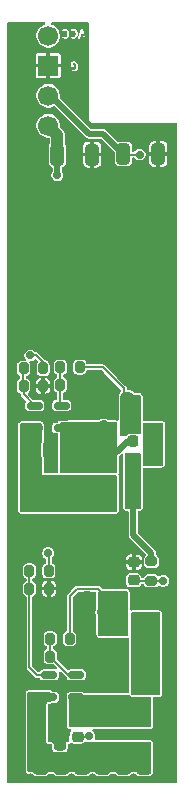
<source format=gbr>
%TF.GenerationSoftware,KiCad,Pcbnew,9.0.6-9.0.6~ubuntu24.04.1*%
%TF.CreationDate,2025-11-27T16:32:03+01:00*%
%TF.ProjectId,GB_DMG_PSU,47425f44-4d47-45f5-9053-552e6b696361,rev?*%
%TF.SameCoordinates,Original*%
%TF.FileFunction,Copper,L1,Top*%
%TF.FilePolarity,Positive*%
%FSLAX46Y46*%
G04 Gerber Fmt 4.6, Leading zero omitted, Abs format (unit mm)*
G04 Created by KiCad (PCBNEW 9.0.6-9.0.6~ubuntu24.04.1) date 2025-11-27 16:32:03*
%MOMM*%
%LPD*%
G01*
G04 APERTURE LIST*
G04 Aperture macros list*
%AMRoundRect*
0 Rectangle with rounded corners*
0 $1 Rounding radius*
0 $2 $3 $4 $5 $6 $7 $8 $9 X,Y pos of 4 corners*
0 Add a 4 corners polygon primitive as box body*
4,1,4,$2,$3,$4,$5,$6,$7,$8,$9,$2,$3,0*
0 Add four circle primitives for the rounded corners*
1,1,$1+$1,$2,$3*
1,1,$1+$1,$4,$5*
1,1,$1+$1,$6,$7*
1,1,$1+$1,$8,$9*
0 Add four rect primitives between the rounded corners*
20,1,$1+$1,$2,$3,$4,$5,0*
20,1,$1+$1,$4,$5,$6,$7,0*
20,1,$1+$1,$6,$7,$8,$9,0*
20,1,$1+$1,$8,$9,$2,$3,0*%
G04 Aperture macros list end*
%ADD10C,0.150000*%
%TA.AperFunction,SMDPad,CuDef*%
%ADD11RoundRect,0.250000X0.250000X0.475000X-0.250000X0.475000X-0.250000X-0.475000X0.250000X-0.475000X0*%
%TD*%
%TA.AperFunction,SMDPad,CuDef*%
%ADD12RoundRect,0.225000X-0.225000X-0.250000X0.225000X-0.250000X0.225000X0.250000X-0.225000X0.250000X0*%
%TD*%
%TA.AperFunction,SMDPad,CuDef*%
%ADD13RoundRect,0.200000X-0.200000X-0.275000X0.200000X-0.275000X0.200000X0.275000X-0.200000X0.275000X0*%
%TD*%
%TA.AperFunction,SMDPad,CuDef*%
%ADD14RoundRect,0.112500X-0.187500X-0.112500X0.187500X-0.112500X0.187500X0.112500X-0.187500X0.112500X0*%
%TD*%
%TA.AperFunction,SMDPad,CuDef*%
%ADD15RoundRect,0.249999X1.850001X-0.450001X1.850001X0.450001X-1.850001X0.450001X-1.850001X-0.450001X0*%
%TD*%
%TA.AperFunction,SMDPad,CuDef*%
%ADD16RoundRect,0.250000X-0.325000X-0.650000X0.325000X-0.650000X0.325000X0.650000X-0.325000X0.650000X0*%
%TD*%
%TA.AperFunction,SMDPad,CuDef*%
%ADD17RoundRect,0.250000X-0.250000X-0.475000X0.250000X-0.475000X0.250000X0.475000X-0.250000X0.475000X0*%
%TD*%
%TA.AperFunction,SMDPad,CuDef*%
%ADD18RoundRect,0.249999X0.450001X1.850001X-0.450001X1.850001X-0.450001X-1.850001X0.450001X-1.850001X0*%
%TD*%
%TA.AperFunction,ComponentPad*%
%ADD19C,1.700000*%
%TD*%
%TA.AperFunction,ComponentPad*%
%ADD20R,1.700000X1.700000*%
%TD*%
%TA.AperFunction,SMDPad,CuDef*%
%ADD21RoundRect,0.225000X0.250000X-0.225000X0.250000X0.225000X-0.250000X0.225000X-0.250000X-0.225000X0*%
%TD*%
%TA.AperFunction,SMDPad,CuDef*%
%ADD22RoundRect,0.200000X-0.275000X0.200000X-0.275000X-0.200000X0.275000X-0.200000X0.275000X0.200000X0*%
%TD*%
%TA.AperFunction,SMDPad,CuDef*%
%ADD23RoundRect,0.225000X-0.250000X0.225000X-0.250000X-0.225000X0.250000X-0.225000X0.250000X0.225000X0*%
%TD*%
%TA.AperFunction,SMDPad,CuDef*%
%ADD24RoundRect,0.150000X0.512500X0.150000X-0.512500X0.150000X-0.512500X-0.150000X0.512500X-0.150000X0*%
%TD*%
%TA.AperFunction,SMDPad,CuDef*%
%ADD25RoundRect,0.200000X0.200000X0.275000X-0.200000X0.275000X-0.200000X-0.275000X0.200000X-0.275000X0*%
%TD*%
%TA.AperFunction,SMDPad,CuDef*%
%ADD26RoundRect,0.112500X0.187500X0.112500X-0.187500X0.112500X-0.187500X-0.112500X0.187500X-0.112500X0*%
%TD*%
%TA.AperFunction,SMDPad,CuDef*%
%ADD27RoundRect,0.112500X-0.112500X0.187500X-0.112500X-0.187500X0.112500X-0.187500X0.112500X0.187500X0*%
%TD*%
%TA.AperFunction,ViaPad*%
%ADD28C,0.700000*%
%TD*%
%TA.AperFunction,Conductor*%
%ADD29C,0.200000*%
%TD*%
%TA.AperFunction,Conductor*%
%ADD30C,0.500000*%
%TD*%
%TA.AperFunction,Conductor*%
%ADD31C,1.000000*%
%TD*%
G04 APERTURE END LIST*
D10*
G36*
X75869444Y-30286744D02*
G01*
X75130555Y-30286744D01*
X75130555Y-29500633D01*
X75208333Y-29500633D01*
X75208333Y-29733966D01*
X75209774Y-29748598D01*
X75220973Y-29775634D01*
X75241665Y-29796326D01*
X75268701Y-29807525D01*
X75283333Y-29808966D01*
X75416666Y-29808966D01*
X75431298Y-29807525D01*
X75458334Y-29796326D01*
X75479026Y-29775634D01*
X75490225Y-29748598D01*
X75490225Y-29719334D01*
X75479026Y-29692298D01*
X75458334Y-29671606D01*
X75431298Y-29660407D01*
X75416666Y-29658966D01*
X75358333Y-29658966D01*
X75358333Y-29532467D01*
X75428836Y-29508966D01*
X75471162Y-29508966D01*
X75542819Y-29532852D01*
X75588360Y-29578393D01*
X75612568Y-29626808D01*
X75641666Y-29743199D01*
X75641666Y-29824732D01*
X75612568Y-29941124D01*
X75588361Y-29989539D01*
X75542819Y-30035080D01*
X75471163Y-30058966D01*
X75401038Y-30058966D01*
X75350207Y-30033551D01*
X75336475Y-30028296D01*
X75307285Y-30026222D01*
X75279524Y-30035476D01*
X75257416Y-30054650D01*
X75244329Y-30080824D01*
X75242255Y-30110014D01*
X75251509Y-30137775D01*
X75270683Y-30159883D01*
X75283125Y-30167715D01*
X75349793Y-30201048D01*
X75363524Y-30206303D01*
X75366211Y-30206493D01*
X75368701Y-30207525D01*
X75383333Y-30208966D01*
X75483333Y-30208966D01*
X75490738Y-30208236D01*
X75492713Y-30208377D01*
X75495310Y-30207786D01*
X75497965Y-30207525D01*
X75499796Y-30206766D01*
X75507050Y-30205117D01*
X75607050Y-30171784D01*
X75620475Y-30165790D01*
X75622510Y-30164024D01*
X75625001Y-30162993D01*
X75636366Y-30153666D01*
X75703033Y-30086999D01*
X75707751Y-30081249D01*
X75709250Y-30079950D01*
X75710671Y-30077690D01*
X75712360Y-30075634D01*
X75713117Y-30073806D01*
X75717082Y-30067507D01*
X75750415Y-30000841D01*
X75750824Y-29999771D01*
X75751147Y-29999336D01*
X75753342Y-29993190D01*
X75755670Y-29987109D01*
X75755708Y-29986569D01*
X75756094Y-29985490D01*
X75789427Y-29852156D01*
X75789802Y-29849619D01*
X75790225Y-29848598D01*
X75790767Y-29843085D01*
X75791577Y-29837612D01*
X75791414Y-29836519D01*
X75791666Y-29833966D01*
X75791666Y-29733966D01*
X75791414Y-29731412D01*
X75791577Y-29730320D01*
X75790767Y-29724846D01*
X75790225Y-29719334D01*
X75789802Y-29718312D01*
X75789427Y-29715776D01*
X75756094Y-29582443D01*
X75755708Y-29581363D01*
X75755670Y-29580824D01*
X75753345Y-29574748D01*
X75751147Y-29568597D01*
X75750823Y-29568160D01*
X75750415Y-29567093D01*
X75717082Y-29500425D01*
X75713117Y-29494127D01*
X75712360Y-29492298D01*
X75710669Y-29490238D01*
X75709250Y-29487983D01*
X75707753Y-29486685D01*
X75703033Y-29480933D01*
X75636366Y-29414267D01*
X75625000Y-29404939D01*
X75622509Y-29403907D01*
X75620475Y-29402143D01*
X75607050Y-29396149D01*
X75507051Y-29362815D01*
X75499795Y-29361165D01*
X75497965Y-29360407D01*
X75495311Y-29360145D01*
X75492714Y-29359555D01*
X75490738Y-29359695D01*
X75483333Y-29358966D01*
X75416666Y-29358966D01*
X75409259Y-29359695D01*
X75407285Y-29359555D01*
X75404687Y-29360145D01*
X75402034Y-29360407D01*
X75400203Y-29361165D01*
X75392948Y-29362815D01*
X75292948Y-29396149D01*
X75279523Y-29402143D01*
X75277486Y-29403909D01*
X75274998Y-29404940D01*
X75263633Y-29414267D01*
X75230300Y-29447600D01*
X75220973Y-29458965D01*
X75209774Y-29486001D01*
X75208333Y-29500633D01*
X75130555Y-29500633D01*
X75130555Y-29281188D01*
X75869444Y-29281188D01*
X75869444Y-30286744D01*
G37*
G36*
X76485522Y-27536744D02*
G01*
X74381996Y-27536744D01*
X74381996Y-26736002D01*
X74459774Y-26736002D01*
X74459774Y-26765264D01*
X74470973Y-26792301D01*
X74491665Y-26812993D01*
X74518702Y-26824192D01*
X74547964Y-26824192D01*
X74575001Y-26812993D01*
X74586366Y-26803666D01*
X74607179Y-26782852D01*
X74678836Y-26758966D01*
X74721162Y-26758966D01*
X74792819Y-26782852D01*
X74838360Y-26828393D01*
X74862568Y-26876808D01*
X74891666Y-26993199D01*
X74891666Y-27074732D01*
X74862568Y-27191124D01*
X74838361Y-27239539D01*
X74792819Y-27285080D01*
X74721163Y-27308966D01*
X74678836Y-27308966D01*
X74607179Y-27285080D01*
X74586366Y-27264267D01*
X74575001Y-27254940D01*
X74547964Y-27243741D01*
X74518702Y-27243741D01*
X74491665Y-27254940D01*
X74470973Y-27275632D01*
X74459774Y-27302669D01*
X74459774Y-27331931D01*
X74470973Y-27358968D01*
X74480300Y-27370333D01*
X74513633Y-27403666D01*
X74524998Y-27412993D01*
X74527488Y-27414024D01*
X74529524Y-27415790D01*
X74542949Y-27421784D01*
X74642949Y-27455117D01*
X74650202Y-27456766D01*
X74652034Y-27457525D01*
X74654688Y-27457786D01*
X74657286Y-27458377D01*
X74659260Y-27458236D01*
X74666666Y-27458966D01*
X74733333Y-27458966D01*
X74740738Y-27458236D01*
X74742713Y-27458377D01*
X74745310Y-27457786D01*
X74747965Y-27457525D01*
X74749796Y-27456766D01*
X74757050Y-27455117D01*
X74857050Y-27421784D01*
X74870475Y-27415790D01*
X74872510Y-27414024D01*
X74875001Y-27412993D01*
X74886366Y-27403666D01*
X74953033Y-27336999D01*
X74957751Y-27331249D01*
X74959250Y-27329950D01*
X74960671Y-27327690D01*
X74962360Y-27325634D01*
X74963117Y-27323806D01*
X74967082Y-27317507D01*
X75000415Y-27250841D01*
X75000824Y-27249771D01*
X75001147Y-27249336D01*
X75003342Y-27243190D01*
X75005670Y-27237109D01*
X75005708Y-27236569D01*
X75006094Y-27235490D01*
X75039427Y-27102156D01*
X75039802Y-27099619D01*
X75040225Y-27098598D01*
X75040767Y-27093085D01*
X75041577Y-27087612D01*
X75041414Y-27086519D01*
X75041666Y-27083966D01*
X75041666Y-26983966D01*
X75041414Y-26981412D01*
X75041577Y-26980320D01*
X75040767Y-26974846D01*
X75040225Y-26969334D01*
X75039802Y-26968312D01*
X75039427Y-26965776D01*
X75006094Y-26832443D01*
X75005708Y-26831363D01*
X75005670Y-26830824D01*
X75003345Y-26824748D01*
X75001147Y-26818597D01*
X75000823Y-26818160D01*
X75000415Y-26817093D01*
X74967082Y-26750425D01*
X74963117Y-26744127D01*
X74962360Y-26742298D01*
X74960669Y-26740238D01*
X74959250Y-26737983D01*
X74957753Y-26736685D01*
X74957193Y-26736002D01*
X75159774Y-26736002D01*
X75159774Y-26765264D01*
X75170973Y-26792301D01*
X75191665Y-26812993D01*
X75218702Y-26824192D01*
X75247964Y-26824192D01*
X75275001Y-26812993D01*
X75286366Y-26803666D01*
X75307179Y-26782852D01*
X75378836Y-26758966D01*
X75421162Y-26758966D01*
X75492819Y-26782852D01*
X75538360Y-26828393D01*
X75562568Y-26876808D01*
X75591666Y-26993199D01*
X75591666Y-27074732D01*
X75562568Y-27191124D01*
X75538361Y-27239539D01*
X75492819Y-27285080D01*
X75421163Y-27308966D01*
X75378836Y-27308966D01*
X75307179Y-27285080D01*
X75286366Y-27264267D01*
X75275001Y-27254940D01*
X75247964Y-27243741D01*
X75218702Y-27243741D01*
X75191665Y-27254940D01*
X75170973Y-27275632D01*
X75159774Y-27302669D01*
X75159774Y-27331931D01*
X75170973Y-27358968D01*
X75180300Y-27370333D01*
X75213633Y-27403666D01*
X75224998Y-27412993D01*
X75227488Y-27414024D01*
X75229524Y-27415790D01*
X75242949Y-27421784D01*
X75342949Y-27455117D01*
X75350202Y-27456766D01*
X75352034Y-27457525D01*
X75354688Y-27457786D01*
X75357286Y-27458377D01*
X75359260Y-27458236D01*
X75366666Y-27458966D01*
X75433333Y-27458966D01*
X75440738Y-27458236D01*
X75442713Y-27458377D01*
X75445310Y-27457786D01*
X75447965Y-27457525D01*
X75449796Y-27456766D01*
X75457050Y-27455117D01*
X75557050Y-27421784D01*
X75570475Y-27415790D01*
X75572510Y-27414024D01*
X75575001Y-27412993D01*
X75586366Y-27403666D01*
X75615446Y-27374586D01*
X75792255Y-27374586D01*
X75794330Y-27403776D01*
X75807416Y-27429949D01*
X75829523Y-27449123D01*
X75857286Y-27458377D01*
X75886476Y-27456302D01*
X75912649Y-27443216D01*
X75931823Y-27421109D01*
X75937817Y-27407683D01*
X76099999Y-26921135D01*
X76262182Y-27407683D01*
X76268176Y-27421109D01*
X76287350Y-27443216D01*
X76313523Y-27456303D01*
X76342713Y-27458378D01*
X76370476Y-27449123D01*
X76392583Y-27429950D01*
X76405670Y-27403776D01*
X76407744Y-27374586D01*
X76404484Y-27360249D01*
X76171151Y-26660249D01*
X76165157Y-26646823D01*
X76161645Y-26642774D01*
X76159250Y-26637983D01*
X76152145Y-26631820D01*
X76145983Y-26624716D01*
X76141191Y-26622320D01*
X76137143Y-26618809D01*
X76128219Y-26615834D01*
X76119810Y-26611630D01*
X76114465Y-26611250D01*
X76109380Y-26609555D01*
X76100000Y-26610221D01*
X76090620Y-26609555D01*
X76085534Y-26611250D01*
X76080190Y-26611630D01*
X76071780Y-26615834D01*
X76062857Y-26618809D01*
X76058808Y-26622320D01*
X76054017Y-26624716D01*
X76047854Y-26631820D01*
X76040750Y-26637983D01*
X76038354Y-26642774D01*
X76034843Y-26646823D01*
X76028849Y-26660249D01*
X75795515Y-27360249D01*
X75792255Y-27374586D01*
X75615446Y-27374586D01*
X75653033Y-27336999D01*
X75657751Y-27331249D01*
X75659250Y-27329950D01*
X75660671Y-27327690D01*
X75662360Y-27325634D01*
X75663117Y-27323806D01*
X75667082Y-27317507D01*
X75700415Y-27250841D01*
X75700824Y-27249771D01*
X75701147Y-27249336D01*
X75703342Y-27243190D01*
X75705670Y-27237109D01*
X75705708Y-27236569D01*
X75706094Y-27235490D01*
X75739427Y-27102156D01*
X75739802Y-27099619D01*
X75740225Y-27098598D01*
X75740767Y-27093085D01*
X75741577Y-27087612D01*
X75741414Y-27086519D01*
X75741666Y-27083966D01*
X75741666Y-26983966D01*
X75741414Y-26981412D01*
X75741577Y-26980320D01*
X75740767Y-26974846D01*
X75740225Y-26969334D01*
X75739802Y-26968312D01*
X75739427Y-26965776D01*
X75706094Y-26832443D01*
X75705708Y-26831363D01*
X75705670Y-26830824D01*
X75703345Y-26824748D01*
X75701147Y-26818597D01*
X75700823Y-26818160D01*
X75700415Y-26817093D01*
X75667082Y-26750425D01*
X75663117Y-26744127D01*
X75662360Y-26742298D01*
X75660669Y-26740238D01*
X75659250Y-26737983D01*
X75657753Y-26736685D01*
X75653033Y-26730933D01*
X75586366Y-26664267D01*
X75575000Y-26654939D01*
X75572509Y-26653907D01*
X75570475Y-26652143D01*
X75557050Y-26646149D01*
X75457051Y-26612815D01*
X75449795Y-26611165D01*
X75447965Y-26610407D01*
X75445311Y-26610145D01*
X75442714Y-26609555D01*
X75440738Y-26609695D01*
X75433333Y-26608966D01*
X75366666Y-26608966D01*
X75359259Y-26609695D01*
X75357285Y-26609555D01*
X75354687Y-26610145D01*
X75352034Y-26610407D01*
X75350203Y-26611165D01*
X75342948Y-26612815D01*
X75242948Y-26646149D01*
X75229523Y-26652143D01*
X75227486Y-26653909D01*
X75224998Y-26654940D01*
X75213633Y-26664267D01*
X75180300Y-26697600D01*
X75170973Y-26708965D01*
X75159774Y-26736002D01*
X74957193Y-26736002D01*
X74953033Y-26730933D01*
X74886366Y-26664267D01*
X74875000Y-26654939D01*
X74872509Y-26653907D01*
X74870475Y-26652143D01*
X74857050Y-26646149D01*
X74757051Y-26612815D01*
X74749795Y-26611165D01*
X74747965Y-26610407D01*
X74745311Y-26610145D01*
X74742714Y-26609555D01*
X74740738Y-26609695D01*
X74733333Y-26608966D01*
X74666666Y-26608966D01*
X74659259Y-26609695D01*
X74657285Y-26609555D01*
X74654687Y-26610145D01*
X74652034Y-26610407D01*
X74650203Y-26611165D01*
X74642948Y-26612815D01*
X74542948Y-26646149D01*
X74529523Y-26652143D01*
X74527486Y-26653909D01*
X74524998Y-26654940D01*
X74513633Y-26664267D01*
X74480300Y-26697600D01*
X74470973Y-26708965D01*
X74459774Y-26736002D01*
X74381996Y-26736002D01*
X74381996Y-26531188D01*
X76485522Y-26531188D01*
X76485522Y-27536744D01*
G37*
D11*
%TO.P,C14,1*%
%TO.N,+18V*%
X79950000Y-58100000D03*
%TO.P,C14,2*%
%TO.N,GND*%
X78050000Y-58100000D03*
%TD*%
D12*
%TO.P,C15,1*%
%TO.N,/pump2*%
X80475000Y-66500000D03*
%TO.P,C15,2*%
%TO.N,GND*%
X82025000Y-66500000D03*
%TD*%
D13*
%TO.P,R9,1*%
%TO.N,Net-(U2-EN)*%
X71175000Y-55345826D03*
%TO.P,R9,2*%
%TO.N,VCC*%
X72825000Y-55345826D03*
%TD*%
D14*
%TO.P,D1,1,K*%
%TO.N,+5V*%
X79700000Y-76750000D03*
%TO.P,D1,2,A*%
%TO.N,/sw2*%
X81800000Y-76750000D03*
%TD*%
D15*
%TO.P,L5,1*%
%TO.N,VCC*%
X76750000Y-66100000D03*
%TO.P,L5,2*%
%TO.N,/sw3*%
X76750000Y-62400000D03*
%TD*%
D16*
%TO.P,C3,1*%
%TO.N,-18V*%
X79625000Y-37200000D03*
%TO.P,C3,2*%
%TO.N,GND*%
X82575000Y-37200000D03*
%TD*%
D17*
%TO.P,C12,1*%
%TO.N,VCC*%
X71416652Y-62250000D03*
%TO.P,C12,2*%
%TO.N,GND*%
X73316652Y-62250000D03*
%TD*%
D11*
%TO.P,C4,1*%
%TO.N,+5V*%
X78450000Y-75000000D03*
%TO.P,C4,2*%
%TO.N,GND*%
X76550000Y-75000000D03*
%TD*%
D12*
%TO.P,C13,1*%
%TO.N,/sw3*%
X80475000Y-61500000D03*
%TO.P,C13,2*%
%TO.N,/pump1*%
X82025000Y-61500000D03*
%TD*%
D18*
%TO.P,L4,1*%
%TO.N,/sw2*%
X81350000Y-80750000D03*
%TO.P,L4,2*%
%TO.N,GND*%
X77650000Y-80750000D03*
%TD*%
D16*
%TO.P,C10,1*%
%TO.N,+5V*%
X74025000Y-37250000D03*
%TO.P,C10,2*%
%TO.N,GND*%
X76975000Y-37250000D03*
%TD*%
D19*
%TO.P,J2,1,Pin_1*%
%TO.N,+5V*%
X73250000Y-34810000D03*
%TO.P,J2,2,Pin_2*%
%TO.N,-18V*%
X73250000Y-32270000D03*
D20*
%TO.P,J2,3,Pin_3*%
%TO.N,GND*%
X73250000Y-29730000D03*
D19*
%TO.P,J2,4,Pin_4*%
%TO.N,VCC*%
X73250000Y-27190000D03*
%TD*%
D21*
%TO.P,C5,1*%
%TO.N,-18V*%
X80500000Y-73300000D03*
%TO.P,C5,2*%
%TO.N,GND*%
X80500000Y-71750000D03*
%TD*%
D13*
%TO.P,R12,1*%
%TO.N,Net-(U2-FB)*%
X74291652Y-56750000D03*
%TO.P,R12,2*%
%TO.N,GND*%
X75941652Y-56750000D03*
%TD*%
%TO.P,R8,1*%
%TO.N,Net-(U3-EN)*%
X71675000Y-72500000D03*
%TO.P,R8,2*%
%TO.N,VCC*%
X73325000Y-72500000D03*
%TD*%
D22*
%TO.P,R14,1*%
%TO.N,/pump2*%
X82000000Y-71700000D03*
%TO.P,R14,2*%
%TO.N,-18V*%
X82000000Y-73350000D03*
%TD*%
D23*
%TO.P,C9,1*%
%TO.N,/sw*%
X75750000Y-84975000D03*
%TO.P,C9,2*%
%TO.N,/sw2*%
X75750000Y-86525000D03*
%TD*%
D24*
%TO.P,U3,1,SW*%
%TO.N,/sw*%
X75637500Y-83200000D03*
%TO.P,U3,2,GND*%
%TO.N,GND*%
X75637500Y-82250000D03*
%TO.P,U3,3,FB*%
%TO.N,Net-(U3-FB)*%
X75637500Y-81300000D03*
%TO.P,U3,4,EN*%
%TO.N,Net-(U3-EN)*%
X73362500Y-81300000D03*
%TO.P,U3,5,IN*%
%TO.N,VCC*%
X73362500Y-83200000D03*
%TD*%
D13*
%TO.P,R1,1*%
%TO.N,Net-(U3-FB)*%
X73425000Y-79750000D03*
%TO.P,R1,2*%
%TO.N,GND*%
X75075000Y-79750000D03*
%TD*%
D24*
%TO.P,U2,1,SW*%
%TO.N,/sw3*%
X74391652Y-60400000D03*
%TO.P,U2,2,GND*%
%TO.N,GND*%
X74391652Y-59450000D03*
%TO.P,U2,3,FB*%
%TO.N,Net-(U2-FB)*%
X74391652Y-58500000D03*
%TO.P,U2,4,EN*%
%TO.N,Net-(U2-EN)*%
X72116652Y-58500000D03*
%TO.P,U2,5,IN*%
%TO.N,VCC*%
X72116652Y-60400000D03*
%TD*%
D17*
%TO.P,C11,1*%
%TO.N,VCC*%
X72350000Y-85000000D03*
%TO.P,C11,2*%
%TO.N,GND*%
X74250000Y-85000000D03*
%TD*%
D25*
%TO.P,R7,1*%
%TO.N,+5V*%
X75075000Y-78250000D03*
%TO.P,R7,2*%
%TO.N,Net-(U3-FB)*%
X73425000Y-78250000D03*
%TD*%
D11*
%TO.P,C2,1*%
%TO.N,+5V*%
X78450000Y-77000000D03*
%TO.P,C2,2*%
%TO.N,GND*%
X76550000Y-77000000D03*
%TD*%
D13*
%TO.P,R13,1*%
%TO.N,/pump2*%
X80425000Y-65000000D03*
%TO.P,R13,2*%
%TO.N,GND*%
X82075000Y-65000000D03*
%TD*%
D26*
%TO.P,D5,1,K*%
%TO.N,/pump1*%
X82350000Y-63250000D03*
%TO.P,D5,2,A*%
%TO.N,/pump2*%
X80250000Y-63250000D03*
%TD*%
D13*
%TO.P,R10,1*%
%TO.N,Net-(U2-EN)*%
X71175000Y-56845826D03*
%TO.P,R10,2*%
%TO.N,GND*%
X72825000Y-56845826D03*
%TD*%
D25*
%TO.P,R11,1*%
%TO.N,+18V*%
X75941652Y-55250000D03*
%TO.P,R11,2*%
%TO.N,Net-(U2-FB)*%
X74291652Y-55250000D03*
%TD*%
D13*
%TO.P,R3,1*%
%TO.N,Net-(U3-EN)*%
X71675000Y-74000000D03*
%TO.P,R3,2*%
%TO.N,GND*%
X73325000Y-74000000D03*
%TD*%
D17*
%TO.P,C1,1*%
%TO.N,VCC*%
X72350000Y-87000000D03*
%TO.P,C1,2*%
%TO.N,GND*%
X74250000Y-87000000D03*
%TD*%
D26*
%TO.P,D4,1,K*%
%TO.N,+18V*%
X80050000Y-60000000D03*
%TO.P,D4,2,A*%
%TO.N,/sw3*%
X77950000Y-60000000D03*
%TD*%
D15*
%TO.P,L3,1*%
%TO.N,VCC*%
X79500000Y-88600000D03*
%TO.P,L3,2*%
%TO.N,/sw*%
X79500000Y-84900000D03*
%TD*%
D27*
%TO.P,D6,1,K*%
%TO.N,GND*%
X82000000Y-58200000D03*
%TO.P,D6,2,A*%
%TO.N,/pump1*%
X82000000Y-60300000D03*
%TD*%
D28*
%TO.N,GND*%
X83750000Y-69000000D03*
X83750000Y-84750000D03*
X83750000Y-55000000D03*
X83750000Y-60250000D03*
X83750000Y-72500000D03*
X83750000Y-76000000D03*
X70250000Y-51500000D03*
X70250000Y-86500000D03*
X74500000Y-74000000D03*
X82600000Y-35500000D03*
X78750000Y-90000000D03*
X83750000Y-58500000D03*
X73250000Y-57750000D03*
X74500000Y-83750000D03*
X83750000Y-88250000D03*
X75250000Y-90000000D03*
X70250000Y-72500000D03*
X81500000Y-67750000D03*
X83750000Y-70750000D03*
X70250000Y-74250000D03*
X83750000Y-53250000D03*
X83750000Y-83000000D03*
X83750000Y-86500000D03*
X83750000Y-74250000D03*
X74500000Y-82750000D03*
X75675000Y-77000000D03*
X70250000Y-79500000D03*
X81750000Y-59000000D03*
X70250000Y-76000000D03*
X83750000Y-79500000D03*
X70250000Y-90000000D03*
X83750000Y-77750000D03*
X70250000Y-60250000D03*
X73250000Y-59500000D03*
X83750000Y-49750000D03*
X70250000Y-81250000D03*
X83750000Y-63750000D03*
X73400000Y-63500000D03*
X70250000Y-83000000D03*
X71750000Y-90000000D03*
X70250000Y-88250000D03*
X83750000Y-90000000D03*
X75250000Y-37250000D03*
X83750000Y-81250000D03*
X76500000Y-76000000D03*
X83750000Y-67250000D03*
X70250000Y-49750000D03*
X72500000Y-75500000D03*
X77000000Y-90000000D03*
X70250000Y-63750000D03*
X82250000Y-90000000D03*
X73500000Y-90000000D03*
X70250000Y-69000000D03*
X75675000Y-74988198D03*
X74300000Y-86000000D03*
X80500000Y-90000000D03*
X74500000Y-81750000D03*
X70250000Y-56750000D03*
X70250000Y-65500000D03*
X70250000Y-55000000D03*
X78000000Y-56900000D03*
X77000000Y-58100000D03*
X70250000Y-70750000D03*
X70250000Y-53250000D03*
X70250000Y-67250000D03*
X70250000Y-62000000D03*
X73366652Y-61000000D03*
X83750000Y-56750000D03*
X83750000Y-65500000D03*
X83750000Y-51500000D03*
X83750000Y-62000000D03*
X70250000Y-58500000D03*
X70250000Y-77750000D03*
X70250000Y-84750000D03*
X78250000Y-37250000D03*
%TO.N,+5V*%
X74025000Y-39000000D03*
X77750000Y-76000000D03*
%TO.N,-18V*%
X83000000Y-73350000D03*
X81000000Y-37250000D03*
%TO.N,VCC*%
X71750000Y-63600000D03*
X72400000Y-86000000D03*
X71750000Y-54250000D03*
X73250000Y-71000000D03*
%TO.N,/sw2*%
X81500000Y-82250000D03*
X76750000Y-86500000D03*
%TD*%
D29*
%TO.N,+5V*%
X75705292Y-74022574D02*
X77472574Y-74022574D01*
X78275000Y-74825000D02*
X78275000Y-75075000D01*
X75075000Y-74652866D02*
X75705292Y-74022574D01*
D30*
X74025000Y-39000000D02*
X74025000Y-37250000D01*
D31*
X74025000Y-37250000D02*
X74025000Y-35585000D01*
D29*
X77472574Y-74022574D02*
X78275000Y-74825000D01*
X75075000Y-78250000D02*
X75075000Y-74652866D01*
D31*
X74025000Y-35585000D02*
X73250000Y-34810000D01*
D29*
%TO.N,-18V*%
X79675000Y-37250000D02*
X81000000Y-37250000D01*
X79625000Y-37200000D02*
X79675000Y-37250000D01*
D30*
X77925000Y-35500000D02*
X76750000Y-35500000D01*
D29*
X83000000Y-73350000D02*
X80550000Y-73350000D01*
D30*
X73520000Y-32270000D02*
X73250000Y-32270000D01*
X79625000Y-37200000D02*
X77925000Y-35500000D01*
D29*
X80550000Y-73350000D02*
X80500000Y-73300000D01*
D30*
X76750000Y-35500000D02*
X73520000Y-32270000D01*
D29*
%TO.N,Net-(U3-FB)*%
X74975001Y-81300000D02*
X75637500Y-81300000D01*
X73425000Y-79750000D02*
X74975001Y-81300000D01*
X73425000Y-78250000D02*
X73425000Y-79750000D01*
%TO.N,Net-(U3-EN)*%
X71675000Y-74000000D02*
X71675000Y-80675000D01*
X71675000Y-72250000D02*
X71675000Y-74000000D01*
X72300000Y-81300000D02*
X73362500Y-81300000D01*
X71675000Y-80675000D02*
X72300000Y-81300000D01*
%TO.N,VCC*%
X72250000Y-54250000D02*
X72825000Y-54825000D01*
X73250000Y-71000000D02*
X73325000Y-71075000D01*
X72825000Y-54825000D02*
X72825000Y-55345826D01*
X71750000Y-54250000D02*
X72250000Y-54250000D01*
X73325000Y-71075000D02*
X73325000Y-72250000D01*
%TO.N,Net-(U2-EN)*%
X71175000Y-56845826D02*
X71175000Y-57558348D01*
X71116652Y-55404174D02*
X71116652Y-56787478D01*
X71175000Y-57558348D02*
X72116652Y-58500000D01*
X70925000Y-55000000D02*
X70866652Y-55058348D01*
%TO.N,Net-(U2-FB)*%
X74291652Y-55250000D02*
X74291652Y-58400000D01*
X74291652Y-58400000D02*
X74391652Y-58500000D01*
D30*
%TO.N,/sw*%
X75637500Y-84862500D02*
X75750000Y-84975000D01*
X79425000Y-84975000D02*
X79500000Y-84900000D01*
D29*
%TO.N,/sw2*%
X75750000Y-86525000D02*
X76725000Y-86525000D01*
X76725000Y-86525000D02*
X76750000Y-86500000D01*
%TO.N,+18V*%
X75941652Y-55250000D02*
X77866652Y-55250000D01*
X79641652Y-57025000D02*
X79641652Y-58500000D01*
X77866652Y-55250000D02*
X79641652Y-57025000D01*
D30*
%TO.N,/sw3*%
X80000000Y-61500000D02*
X79100000Y-62400000D01*
X80475000Y-61500000D02*
X80000000Y-61500000D01*
X79100000Y-62400000D02*
X76750000Y-62400000D01*
%TO.N,/pump2*%
X82000000Y-71700000D02*
X82000000Y-71000000D01*
X82000000Y-71000000D02*
X80475000Y-69475000D01*
X80475000Y-69475000D02*
X80475000Y-67000000D01*
%TD*%
%TA.AperFunction,Conductor*%
%TO.N,/pump1*%
G36*
X82943039Y-59975185D02*
G01*
X82988794Y-60027989D01*
X83000000Y-60079500D01*
X83000000Y-63470500D01*
X82980315Y-63537539D01*
X82927511Y-63583294D01*
X82876000Y-63594500D01*
X81374000Y-63594500D01*
X81306961Y-63574815D01*
X81261206Y-63522011D01*
X81250000Y-63470500D01*
X81250000Y-60079500D01*
X81269685Y-60012461D01*
X81322489Y-59966706D01*
X81374000Y-59955500D01*
X82876000Y-59955500D01*
X82943039Y-59975185D01*
G37*
%TD.AperFunction*%
%TD*%
%TA.AperFunction,Conductor*%
%TO.N,/pump2*%
G36*
X81037539Y-62519685D02*
G01*
X81083294Y-62572489D01*
X81094500Y-62624000D01*
X81094500Y-63470508D01*
X81098054Y-63503555D01*
X81109259Y-63555066D01*
X81113617Y-63563770D01*
X81126024Y-63632530D01*
X81118319Y-63656149D01*
X81119558Y-63656481D01*
X81094500Y-63750000D01*
X81094500Y-67126000D01*
X81074815Y-67193039D01*
X81022011Y-67238794D01*
X80970500Y-67250000D01*
X79874000Y-67250000D01*
X79806961Y-67230315D01*
X79761206Y-67177511D01*
X79750000Y-67126000D01*
X79750000Y-62624000D01*
X79769685Y-62556961D01*
X79822489Y-62511206D01*
X79874000Y-62500000D01*
X80970500Y-62500000D01*
X81037539Y-62519685D01*
G37*
%TD.AperFunction*%
%TD*%
%TA.AperFunction,Conductor*%
%TO.N,VCC*%
G36*
X73443039Y-82769685D02*
G01*
X73488794Y-82822489D01*
X73500000Y-82874000D01*
X73500000Y-83470500D01*
X73480315Y-83537539D01*
X73427511Y-83583294D01*
X73376000Y-83594500D01*
X73250000Y-83594500D01*
X73172248Y-83615333D01*
X73115333Y-83672248D01*
X73094500Y-83750000D01*
X73094500Y-87000000D01*
X73099775Y-87019685D01*
X73115333Y-87077751D01*
X73172248Y-87134666D01*
X73172249Y-87134666D01*
X73172250Y-87134667D01*
X73250000Y-87155500D01*
X73475501Y-87155500D01*
X73542540Y-87175185D01*
X73588295Y-87227989D01*
X73599501Y-87279500D01*
X73599501Y-87506518D01*
X73614354Y-87600304D01*
X73671950Y-87713342D01*
X73671952Y-87713344D01*
X73671954Y-87713347D01*
X73761652Y-87803045D01*
X73761654Y-87803046D01*
X73761658Y-87803050D01*
X73874694Y-87860645D01*
X73874698Y-87860647D01*
X73968475Y-87875499D01*
X73968481Y-87875500D01*
X74531518Y-87875499D01*
X74625304Y-87860646D01*
X74738342Y-87803050D01*
X74828050Y-87713342D01*
X74885646Y-87600304D01*
X74885646Y-87600302D01*
X74885647Y-87600301D01*
X74900500Y-87506524D01*
X74900500Y-87277309D01*
X74920185Y-87210270D01*
X74964059Y-87169037D01*
X74988309Y-87155500D01*
X75000000Y-87155500D01*
X75077750Y-87134667D01*
X75134667Y-87077750D01*
X75135912Y-87073102D01*
X75158665Y-87060401D01*
X75176601Y-87056323D01*
X75192747Y-87047507D01*
X75209965Y-87048738D01*
X75226796Y-87044912D01*
X75244089Y-87051178D01*
X75262439Y-87052491D01*
X75273567Y-87057273D01*
X75391372Y-87114865D01*
X75391373Y-87114865D01*
X75391375Y-87114866D01*
X75464364Y-87125500D01*
X75464370Y-87125500D01*
X76035630Y-87125500D01*
X76035636Y-87125500D01*
X76108625Y-87114866D01*
X76184547Y-87077750D01*
X76221210Y-87059827D01*
X76221212Y-87059825D01*
X76244719Y-87036319D01*
X76306042Y-87002834D01*
X76332400Y-87000000D01*
X76682242Y-87000000D01*
X76684108Y-87000500D01*
X76815892Y-87000500D01*
X76817758Y-87000000D01*
X81876000Y-87000000D01*
X81943039Y-87019685D01*
X81988794Y-87072489D01*
X82000000Y-87124000D01*
X82000000Y-89494818D01*
X81980315Y-89561857D01*
X81947820Y-89592845D01*
X81949131Y-89594554D01*
X81942689Y-89599496D01*
X81849498Y-89692688D01*
X81844550Y-89699137D01*
X81842320Y-89697425D01*
X81801636Y-89736217D01*
X81744818Y-89750000D01*
X81005182Y-89750000D01*
X80938143Y-89730315D01*
X80907161Y-89697823D01*
X80905450Y-89699137D01*
X80900498Y-89692684D01*
X80807316Y-89599502D01*
X80807314Y-89599500D01*
X80742115Y-89561857D01*
X80693187Y-89533608D01*
X80629539Y-89516554D01*
X80565892Y-89499500D01*
X80434108Y-89499500D01*
X80306812Y-89533608D01*
X80192686Y-89599500D01*
X80192683Y-89599502D01*
X80099501Y-89692684D01*
X80094550Y-89699137D01*
X80092320Y-89697425D01*
X80051636Y-89736217D01*
X79994818Y-89750000D01*
X79255182Y-89750000D01*
X79188143Y-89730315D01*
X79157161Y-89697823D01*
X79155450Y-89699137D01*
X79150498Y-89692684D01*
X79057316Y-89599502D01*
X79057314Y-89599500D01*
X78992115Y-89561857D01*
X78943187Y-89533608D01*
X78879539Y-89516554D01*
X78815892Y-89499500D01*
X78684108Y-89499500D01*
X78556812Y-89533608D01*
X78442686Y-89599500D01*
X78442683Y-89599502D01*
X78349501Y-89692684D01*
X78344550Y-89699137D01*
X78342320Y-89697425D01*
X78301636Y-89736217D01*
X78244818Y-89750000D01*
X77505182Y-89750000D01*
X77438143Y-89730315D01*
X77407161Y-89697823D01*
X77405450Y-89699137D01*
X77400498Y-89692684D01*
X77307316Y-89599502D01*
X77307314Y-89599500D01*
X77242115Y-89561857D01*
X77193187Y-89533608D01*
X77129539Y-89516554D01*
X77065892Y-89499500D01*
X76934108Y-89499500D01*
X76806812Y-89533608D01*
X76692686Y-89599500D01*
X76692683Y-89599502D01*
X76599501Y-89692684D01*
X76594550Y-89699137D01*
X76592320Y-89697425D01*
X76551636Y-89736217D01*
X76494818Y-89750000D01*
X75755182Y-89750000D01*
X75688143Y-89730315D01*
X75657161Y-89697823D01*
X75655450Y-89699137D01*
X75650498Y-89692684D01*
X75557316Y-89599502D01*
X75557314Y-89599500D01*
X75492115Y-89561857D01*
X75443187Y-89533608D01*
X75379539Y-89516554D01*
X75315892Y-89499500D01*
X75184108Y-89499500D01*
X75056812Y-89533608D01*
X74942686Y-89599500D01*
X74942683Y-89599502D01*
X74849501Y-89692684D01*
X74844550Y-89699137D01*
X74842320Y-89697425D01*
X74801636Y-89736217D01*
X74744818Y-89750000D01*
X74005182Y-89750000D01*
X73938143Y-89730315D01*
X73907161Y-89697823D01*
X73905450Y-89699137D01*
X73900498Y-89692684D01*
X73807316Y-89599502D01*
X73807314Y-89599500D01*
X73742115Y-89561857D01*
X73693187Y-89533608D01*
X73629539Y-89516554D01*
X73565892Y-89499500D01*
X73434108Y-89499500D01*
X73306812Y-89533608D01*
X73192686Y-89599500D01*
X73192683Y-89599502D01*
X73099501Y-89692684D01*
X73094550Y-89699137D01*
X73092320Y-89697425D01*
X73051636Y-89736217D01*
X72994818Y-89750000D01*
X72255182Y-89750000D01*
X72188143Y-89730315D01*
X72157161Y-89697823D01*
X72155450Y-89699137D01*
X72150498Y-89692684D01*
X72057316Y-89599502D01*
X72057314Y-89599500D01*
X71992115Y-89561857D01*
X71943187Y-89533608D01*
X71879539Y-89516554D01*
X71815892Y-89499500D01*
X71684108Y-89499500D01*
X71656090Y-89507007D01*
X71586241Y-89505342D01*
X71528379Y-89466178D01*
X71500877Y-89401949D01*
X71500000Y-89387231D01*
X71500000Y-82874000D01*
X71519685Y-82806961D01*
X71572489Y-82761206D01*
X71624000Y-82750000D01*
X73376000Y-82750000D01*
X73443039Y-82769685D01*
G37*
%TD.AperFunction*%
%TD*%
%TA.AperFunction,Conductor*%
%TO.N,GND*%
G36*
X74862637Y-74510967D02*
G01*
X74862636Y-74510968D01*
X74824500Y-74603036D01*
X74824500Y-77532142D01*
X74804815Y-77599181D01*
X74754960Y-77643543D01*
X74668514Y-77685803D01*
X74585803Y-77768514D01*
X74534426Y-77873608D01*
X74524500Y-77941739D01*
X74524500Y-78558260D01*
X74534426Y-78626391D01*
X74585803Y-78731485D01*
X74668514Y-78814196D01*
X74668515Y-78814196D01*
X74668517Y-78814198D01*
X74773607Y-78865573D01*
X74807673Y-78870536D01*
X74841739Y-78875500D01*
X74841740Y-78875500D01*
X75308261Y-78875500D01*
X75330971Y-78872191D01*
X75376393Y-78865573D01*
X75481483Y-78814198D01*
X75564198Y-78731483D01*
X75615573Y-78626393D01*
X75625500Y-78558260D01*
X75625500Y-77941740D01*
X75615573Y-77873607D01*
X75564198Y-77768517D01*
X75564196Y-77768515D01*
X75564196Y-77768514D01*
X75481485Y-77685803D01*
X75395040Y-77643543D01*
X75343457Y-77596415D01*
X75325500Y-77532142D01*
X75325500Y-74807989D01*
X75345185Y-74740950D01*
X75361819Y-74720308D01*
X75772734Y-74309393D01*
X75834057Y-74275908D01*
X75860415Y-74273074D01*
X77220500Y-74273074D01*
X77287539Y-74292759D01*
X77333294Y-74345563D01*
X77344500Y-74397074D01*
X77344500Y-75668120D01*
X77327887Y-75730120D01*
X77283609Y-75806811D01*
X77283608Y-75806814D01*
X77249500Y-75934108D01*
X77249500Y-76065891D01*
X77283609Y-76193188D01*
X77283610Y-76193191D01*
X77327886Y-76269877D01*
X77344500Y-76331878D01*
X77344500Y-77876008D01*
X77348054Y-77909055D01*
X77359260Y-77960566D01*
X77393686Y-78029342D01*
X77439436Y-78082139D01*
X77444422Y-78087623D01*
X77513145Y-78129513D01*
X77513150Y-78129516D01*
X77580189Y-78149201D01*
X77624000Y-78155500D01*
X77624003Y-78155500D01*
X79875991Y-78155500D01*
X79876000Y-78155500D01*
X79909055Y-78151946D01*
X79944141Y-78144313D01*
X80013832Y-78149297D01*
X80069766Y-78191167D01*
X80094184Y-78256631D01*
X80094500Y-78265479D01*
X80094500Y-82720500D01*
X80074815Y-82787539D01*
X80022011Y-82833294D01*
X79970500Y-82844500D01*
X78142749Y-82844500D01*
X78136632Y-82844620D01*
X78130241Y-82844871D01*
X78129413Y-82844904D01*
X78124546Y-82845000D01*
X77175454Y-82845000D01*
X77170586Y-82844904D01*
X77169693Y-82844868D01*
X77163367Y-82844620D01*
X77157251Y-82844500D01*
X76420833Y-82844500D01*
X76353794Y-82824815D01*
X76333152Y-82808181D01*
X76322765Y-82797794D01*
X76219992Y-82752415D01*
X76194865Y-82749500D01*
X75080143Y-82749500D01*
X75080117Y-82749502D01*
X75055012Y-82752413D01*
X75055008Y-82752415D01*
X74952235Y-82797793D01*
X74872794Y-82877234D01*
X74827415Y-82980006D01*
X74827415Y-82980008D01*
X74824500Y-83005131D01*
X74824500Y-83394856D01*
X74824502Y-83394882D01*
X74827413Y-83419985D01*
X74827414Y-83419990D01*
X74833934Y-83434754D01*
X74835962Y-83444312D01*
X74839393Y-83449623D01*
X74844364Y-83483904D01*
X74844500Y-83484545D01*
X74844500Y-83682241D01*
X74844981Y-83685900D01*
X74845000Y-83693639D01*
X74844991Y-83693669D01*
X74845000Y-83693936D01*
X74845000Y-83806070D01*
X74844735Y-83814179D01*
X74844500Y-83817764D01*
X74844500Y-85626008D01*
X74848054Y-85659055D01*
X74859260Y-85710566D01*
X74893686Y-85779342D01*
X74939436Y-85832139D01*
X74944422Y-85837623D01*
X75000000Y-85871500D01*
X75000000Y-87000000D01*
X73250000Y-87000000D01*
X73250000Y-83750000D01*
X74000000Y-83750000D01*
X74000000Y-83623296D01*
X74047765Y-83602206D01*
X74127206Y-83522765D01*
X74172585Y-83419991D01*
X74175500Y-83394865D01*
X74175499Y-83005136D01*
X74175497Y-83005117D01*
X74172586Y-82980012D01*
X74172585Y-82980010D01*
X74172585Y-82980009D01*
X74127206Y-82877235D01*
X74047765Y-82797794D01*
X74024540Y-82787539D01*
X74000000Y-82776703D01*
X74000000Y-81750000D01*
X74000000Y-81723296D01*
X74047765Y-81702206D01*
X74127206Y-81622765D01*
X74172585Y-81519991D01*
X74175500Y-81494865D01*
X74175499Y-81154119D01*
X74195183Y-81087081D01*
X74247987Y-81041326D01*
X74317146Y-81031382D01*
X74380701Y-81060407D01*
X74387169Y-81066429D01*
X74762636Y-81441895D01*
X74762637Y-81441897D01*
X74800496Y-81479756D01*
X74826249Y-81517351D01*
X74872793Y-81622764D01*
X74872794Y-81622765D01*
X74952235Y-81702206D01*
X75055009Y-81747585D01*
X75080135Y-81750500D01*
X76194864Y-81750499D01*
X76194879Y-81750497D01*
X76194882Y-81750497D01*
X76219987Y-81747586D01*
X76219988Y-81747585D01*
X76219991Y-81747585D01*
X76322765Y-81702206D01*
X76402206Y-81622765D01*
X76447585Y-81519991D01*
X76450500Y-81494865D01*
X76450499Y-81105136D01*
X76448470Y-81087636D01*
X76447586Y-81080012D01*
X76447585Y-81080010D01*
X76447585Y-81080009D01*
X76402206Y-80977235D01*
X76322765Y-80897794D01*
X76262531Y-80871198D01*
X76219992Y-80852415D01*
X76194865Y-80849500D01*
X75080143Y-80849500D01*
X75080117Y-80849502D01*
X75055012Y-80852413D01*
X75055010Y-80852414D01*
X75012467Y-80871198D01*
X74943189Y-80880267D01*
X74880005Y-80850442D01*
X74874703Y-80845443D01*
X74011819Y-79982558D01*
X74000000Y-79960913D01*
X74000000Y-74200000D01*
X75173605Y-74200000D01*
X74862637Y-74510967D01*
G37*
%TD.AperFunction*%
%TA.AperFunction,Conductor*%
G36*
X80250000Y-75851690D02*
G01*
X80236165Y-75850701D01*
X80180232Y-75808829D01*
X80155816Y-75743365D01*
X80155500Y-75734520D01*
X80155500Y-74324008D01*
X80155499Y-74323991D01*
X80153929Y-74309393D01*
X80151946Y-74290945D01*
X80140740Y-74239434D01*
X80121001Y-74200000D01*
X80250000Y-74200000D01*
X80250000Y-75851690D01*
G37*
%TD.AperFunction*%
%TD*%
%TA.AperFunction,Conductor*%
%TO.N,GND*%
G36*
X75535166Y-55814196D02*
G01*
X75535167Y-55814196D01*
X75535169Y-55814198D01*
X75640259Y-55865573D01*
X75674325Y-55870536D01*
X75708391Y-55875500D01*
X75708392Y-55875500D01*
X76174913Y-55875500D01*
X76197623Y-55872191D01*
X76243045Y-55865573D01*
X76348135Y-55814198D01*
X76412333Y-55750000D01*
X78012391Y-55750000D01*
X79116652Y-56854261D01*
X79116652Y-59750000D01*
X78361932Y-59750000D01*
X78327112Y-59697888D01*
X78240117Y-59639760D01*
X78240115Y-59639759D01*
X78240112Y-59639758D01*
X78163404Y-59624500D01*
X77736602Y-59624500D01*
X77659881Y-59639760D01*
X77659879Y-59639761D01*
X77572888Y-59697888D01*
X77538068Y-59750000D01*
X74116652Y-59750000D01*
X74116652Y-59949500D01*
X73834295Y-59949500D01*
X73834269Y-59949502D01*
X73809164Y-59952413D01*
X73809160Y-59952415D01*
X73706387Y-59997793D01*
X73626946Y-60077234D01*
X73581567Y-60180006D01*
X73581567Y-60180008D01*
X73578652Y-60205131D01*
X73578652Y-60594856D01*
X73578654Y-60594882D01*
X73581565Y-60619987D01*
X73581567Y-60619991D01*
X73626945Y-60722764D01*
X73626946Y-60722765D01*
X73706387Y-60802206D01*
X73809161Y-60847585D01*
X73834287Y-60850500D01*
X74116652Y-60850499D01*
X74116652Y-64250000D01*
X72866652Y-64250000D01*
X72866652Y-60737471D01*
X72881358Y-60722765D01*
X72926737Y-60619991D01*
X72929652Y-60594865D01*
X72929651Y-60205136D01*
X72929649Y-60205117D01*
X72926738Y-60180012D01*
X72926737Y-60180010D01*
X72926737Y-60180009D01*
X72881358Y-60077235D01*
X72866652Y-60062529D01*
X72866652Y-58837471D01*
X72881358Y-58822765D01*
X72913487Y-58750000D01*
X73594817Y-58750000D01*
X73626945Y-58822764D01*
X73626946Y-58822765D01*
X73706387Y-58902206D01*
X73809161Y-58947585D01*
X73834287Y-58950500D01*
X74949016Y-58950499D01*
X74949031Y-58950497D01*
X74949034Y-58950497D01*
X74974139Y-58947586D01*
X74974140Y-58947585D01*
X74974143Y-58947585D01*
X75076917Y-58902206D01*
X75156358Y-58822765D01*
X75201737Y-58719991D01*
X75204652Y-58694865D01*
X75204651Y-58305136D01*
X75204649Y-58305117D01*
X75201738Y-58280012D01*
X75201737Y-58280010D01*
X75201737Y-58280009D01*
X75156358Y-58177235D01*
X75116652Y-58137529D01*
X75116652Y-55750000D01*
X75470970Y-55750000D01*
X75535166Y-55814196D01*
G37*
%TD.AperFunction*%
%TA.AperFunction,Conductor*%
G36*
X79116652Y-56145739D02*
G01*
X78720913Y-55750000D01*
X79116652Y-55750000D01*
X79116652Y-56145739D01*
G37*
%TD.AperFunction*%
%TD*%
%TA.AperFunction,Conductor*%
%TO.N,/sw2*%
G36*
X82693039Y-76019685D02*
G01*
X82738794Y-76072489D01*
X82750000Y-76124000D01*
X82750000Y-82876000D01*
X82730315Y-82943039D01*
X82677511Y-82988794D01*
X82626000Y-83000000D01*
X80374000Y-83000000D01*
X80306961Y-82980315D01*
X80261206Y-82927511D01*
X80250000Y-82876000D01*
X80250000Y-76124000D01*
X80269685Y-76056961D01*
X80322489Y-76011206D01*
X80374000Y-76000000D01*
X82626000Y-76000000D01*
X82693039Y-76019685D01*
G37*
%TD.AperFunction*%
%TD*%
%TA.AperFunction,Conductor*%
%TO.N,+5V*%
G36*
X79943039Y-74219685D02*
G01*
X79988794Y-74272489D01*
X80000000Y-74324000D01*
X80000000Y-77876000D01*
X79980315Y-77943039D01*
X79927511Y-77988794D01*
X79876000Y-78000000D01*
X77624000Y-78000000D01*
X77556961Y-77980315D01*
X77511206Y-77927511D01*
X77500000Y-77876000D01*
X77500000Y-74324000D01*
X77519685Y-74256961D01*
X77572489Y-74211206D01*
X77624000Y-74200000D01*
X79876000Y-74200000D01*
X79943039Y-74219685D01*
G37*
%TD.AperFunction*%
%TD*%
%TA.AperFunction,Conductor*%
%TO.N,GND*%
G36*
X83250000Y-67500000D02*
G01*
X81250000Y-67500000D01*
X81250000Y-63750000D01*
X83250000Y-63750000D01*
X83250000Y-67500000D01*
G37*
%TD.AperFunction*%
%TD*%
%TA.AperFunction,Conductor*%
%TO.N,/sw*%
G36*
X77166974Y-83000382D02*
G01*
X77168474Y-83000500D01*
X77168480Y-83000500D01*
X78131526Y-83000500D01*
X78133026Y-83000382D01*
X78142749Y-83000000D01*
X80061633Y-83000000D01*
X80128672Y-83019685D01*
X80155346Y-83042797D01*
X80189439Y-83082143D01*
X80194422Y-83087623D01*
X80254101Y-83124000D01*
X80263150Y-83129516D01*
X80330189Y-83149201D01*
X80374000Y-83155500D01*
X80374003Y-83155500D01*
X81876000Y-83155500D01*
X81943039Y-83175185D01*
X81988794Y-83227989D01*
X82000000Y-83279500D01*
X82000000Y-85626000D01*
X81980315Y-85693039D01*
X81927511Y-85738794D01*
X81876000Y-85750000D01*
X75124000Y-85750000D01*
X75056961Y-85730315D01*
X75011206Y-85677511D01*
X75000000Y-85626000D01*
X75000000Y-83817758D01*
X75000500Y-83815892D01*
X75000500Y-83684108D01*
X75000000Y-83682241D01*
X75000000Y-83124000D01*
X75019685Y-83056961D01*
X75072489Y-83011206D01*
X75124000Y-83000000D01*
X77157251Y-83000000D01*
X77166974Y-83000382D01*
G37*
%TD.AperFunction*%
%TD*%
%TA.AperFunction,Conductor*%
%TO.N,/sw3*%
G36*
X78195719Y-59799685D02*
G01*
X78227790Y-59831188D01*
X78228043Y-59830974D01*
X78230396Y-59833747D01*
X78231780Y-59835107D01*
X78232638Y-59836391D01*
X78284182Y-59884667D01*
X78361932Y-59905500D01*
X78361935Y-59905500D01*
X78992652Y-59905500D01*
X79059691Y-59925185D01*
X79105446Y-59977989D01*
X79116652Y-60029500D01*
X79116652Y-64126000D01*
X79096967Y-64193039D01*
X79044163Y-64238794D01*
X78992652Y-64250000D01*
X74396152Y-64250000D01*
X74329113Y-64230315D01*
X74283358Y-64177511D01*
X74272152Y-64126000D01*
X74272152Y-60850500D01*
X74272152Y-60850498D01*
X74251319Y-60772749D01*
X74251318Y-60772748D01*
X74251318Y-60772747D01*
X74194403Y-60715832D01*
X74180264Y-60707669D01*
X74182523Y-60703755D01*
X74148895Y-60683256D01*
X74118368Y-60620408D01*
X74116652Y-60599850D01*
X74116652Y-60200148D01*
X74136337Y-60133109D01*
X74144355Y-60122027D01*
X74169699Y-60090786D01*
X74194402Y-60084167D01*
X74251319Y-60027250D01*
X74266152Y-59971891D01*
X74282793Y-59951379D01*
X74290688Y-59945935D01*
X74295679Y-59937747D01*
X74318983Y-59926425D01*
X74340315Y-59911718D01*
X74349899Y-59911407D01*
X74358525Y-59907217D01*
X74379090Y-59905500D01*
X77538067Y-59905500D01*
X77538068Y-59905500D01*
X77606844Y-59889464D01*
X77667362Y-59836391D01*
X77667365Y-59836387D01*
X77668220Y-59835108D01*
X77669219Y-59834272D01*
X77672720Y-59830281D01*
X77673342Y-59830826D01*
X77721833Y-59790303D01*
X77771321Y-59780000D01*
X78128680Y-59780000D01*
X78195719Y-59799685D01*
G37*
%TD.AperFunction*%
%TD*%
%TA.AperFunction,Conductor*%
%TO.N,VCC*%
G36*
X72661214Y-60019685D02*
G01*
X72706969Y-60072489D01*
X72712362Y-60091266D01*
X72712525Y-60091211D01*
X72716449Y-60102773D01*
X72739464Y-60142636D01*
X72745510Y-60154548D01*
X72763585Y-60195483D01*
X72774151Y-60245570D01*
X72774151Y-60554426D01*
X72763586Y-60604512D01*
X72755006Y-60623944D01*
X72739949Y-60649342D01*
X72731984Y-60659721D01*
X72711152Y-60737471D01*
X72711152Y-61560761D01*
X72697638Y-61617054D01*
X72681004Y-61649699D01*
X72666152Y-61743475D01*
X72666152Y-62756517D01*
X72681006Y-62850304D01*
X72681006Y-62850305D01*
X72697636Y-62882941D01*
X72711152Y-62939237D01*
X72711152Y-64249999D01*
X72731985Y-64327751D01*
X72788900Y-64384666D01*
X72788901Y-64384666D01*
X72788902Y-64384667D01*
X72866652Y-64405500D01*
X72866654Y-64405500D01*
X74116650Y-64405500D01*
X74116652Y-64405500D01*
X74160859Y-64393654D01*
X74210173Y-64380442D01*
X74211067Y-64383781D01*
X74252862Y-64373637D01*
X74281911Y-64378520D01*
X74285301Y-64379515D01*
X74285302Y-64379516D01*
X74352341Y-64399201D01*
X74396152Y-64405500D01*
X74396155Y-64405500D01*
X78992652Y-64405500D01*
X79059691Y-64425185D01*
X79105446Y-64477989D01*
X79116652Y-64529500D01*
X79116652Y-67376000D01*
X79096967Y-67443039D01*
X79044163Y-67488794D01*
X78992652Y-67500000D01*
X70990652Y-67500000D01*
X70923613Y-67480315D01*
X70877858Y-67427511D01*
X70866652Y-67376000D01*
X70866652Y-60124000D01*
X70886337Y-60056961D01*
X70939141Y-60011206D01*
X70990652Y-60000000D01*
X72594175Y-60000000D01*
X72661214Y-60019685D01*
G37*
%TD.AperFunction*%
%TD*%
%TA.AperFunction,Conductor*%
%TO.N,+18V*%
G36*
X81037539Y-57624055D02*
G01*
X81083294Y-57676859D01*
X81094500Y-57728370D01*
X81094500Y-59799999D01*
X81112427Y-59866905D01*
X81116652Y-59898998D01*
X81116652Y-59963870D01*
X81111629Y-59998806D01*
X81100799Y-60035687D01*
X81100797Y-60035697D01*
X81094500Y-60079496D01*
X81094500Y-60826245D01*
X81074815Y-60893284D01*
X81022011Y-60939039D01*
X80952853Y-60948983D01*
X80916040Y-60937646D01*
X80808626Y-60885134D01*
X80798198Y-60883614D01*
X80735636Y-60874500D01*
X80214364Y-60874500D01*
X80141375Y-60885134D01*
X80141373Y-60885134D01*
X80141371Y-60885135D01*
X80028789Y-60940172D01*
X80028787Y-60940174D01*
X79940176Y-61028786D01*
X79940174Y-61028788D01*
X79937219Y-61034833D01*
X79890090Y-61086414D01*
X79825820Y-61104370D01*
X79490652Y-61104370D01*
X79423613Y-61084685D01*
X79377858Y-61031881D01*
X79366652Y-60980370D01*
X79366652Y-57728370D01*
X79386337Y-57661331D01*
X79439141Y-57615576D01*
X79490652Y-57604370D01*
X80970500Y-57604370D01*
X81037539Y-57624055D01*
G37*
%TD.AperFunction*%
%TD*%
%TA.AperFunction,Conductor*%
%TO.N,GND*%
G36*
X83000000Y-59800000D02*
G01*
X81250000Y-59800000D01*
X81250000Y-57050000D01*
X83000000Y-57050000D01*
X83000000Y-59800000D01*
G37*
%TD.AperFunction*%
%TD*%
%TA.AperFunction,Conductor*%
%TO.N,GND*%
G36*
X74250000Y-87000001D02*
G01*
X74250000Y-87051000D01*
X74231093Y-87109191D01*
X74181593Y-87145155D01*
X74151000Y-87150000D01*
X73771685Y-87150000D01*
X73713494Y-87131093D01*
X73708007Y-87126803D01*
X73702001Y-87121757D01*
X73660059Y-87073354D01*
X73655081Y-87067879D01*
X73592331Y-87029629D01*
X73586586Y-87024803D01*
X73574166Y-87004902D01*
X73569959Y-87000000D01*
X74250001Y-87000000D01*
X74250000Y-87000001D01*
G37*
%TD.AperFunction*%
%TA.AperFunction,Conductor*%
G36*
X75013146Y-85879514D02*
G01*
X75013147Y-85879514D01*
X75013150Y-85879516D01*
X75080189Y-85899201D01*
X75102094Y-85902350D01*
X75123996Y-85905500D01*
X75124456Y-85905500D01*
X75124586Y-85905542D01*
X75127520Y-85905752D01*
X75127468Y-85906478D01*
X75182647Y-85924407D01*
X75218611Y-85973907D01*
X75218611Y-86035093D01*
X75194461Y-86074501D01*
X75190174Y-86078789D01*
X75190173Y-86078790D01*
X75135134Y-86191373D01*
X75124500Y-86264367D01*
X75124500Y-86364563D01*
X75105593Y-86422754D01*
X75056093Y-86458718D01*
X75000000Y-86458718D01*
X75000000Y-85871500D01*
X75013146Y-85879514D01*
G37*
%TD.AperFunction*%
%TA.AperFunction,Conductor*%
G36*
X74000000Y-83750000D02*
G01*
X73376000Y-83750000D01*
X73409055Y-83746446D01*
X73460566Y-83735240D01*
X73529342Y-83700813D01*
X73559500Y-83674681D01*
X73615859Y-83650862D01*
X73624332Y-83650499D01*
X73919861Y-83650499D01*
X73919864Y-83650499D01*
X73944991Y-83647585D01*
X74000000Y-83623296D01*
X74000000Y-83750000D01*
G37*
%TD.AperFunction*%
%TA.AperFunction,Conductor*%
G36*
X74118202Y-64140414D02*
G01*
X74116652Y-64147794D01*
X74116652Y-64126005D01*
X74118202Y-64140414D01*
G37*
%TD.AperFunction*%
%TA.AperFunction,Conductor*%
G36*
X81366481Y-63748919D02*
G01*
X81373996Y-63750000D01*
X81344828Y-63750000D01*
X81363094Y-63748432D01*
X81366481Y-63748919D01*
G37*
%TD.AperFunction*%
%TA.AperFunction,Conductor*%
G36*
X81359580Y-59801550D02*
G01*
X81352202Y-59800000D01*
X81373997Y-59800000D01*
X81359580Y-59801550D01*
G37*
%TD.AperFunction*%
%TA.AperFunction,Conductor*%
G36*
X79362156Y-57099765D02*
G01*
X79365782Y-57106882D01*
X79372245Y-57111578D01*
X79379408Y-57133626D01*
X79389933Y-57154282D01*
X79391152Y-57169769D01*
X79391152Y-57328062D01*
X79374528Y-57379228D01*
X79375487Y-57379717D01*
X79372403Y-57385769D01*
X79372247Y-57386250D01*
X79371949Y-57386659D01*
X79310816Y-57506639D01*
X79309824Y-57506133D01*
X79285323Y-57543103D01*
X79284507Y-57543809D01*
X79279031Y-57548789D01*
X79237137Y-57617516D01*
X79217450Y-57684563D01*
X79211152Y-57728365D01*
X79211152Y-59675344D01*
X79192245Y-59733535D01*
X79142745Y-59769499D01*
X79084260Y-59770334D01*
X79081416Y-59769499D01*
X79036463Y-59756299D01*
X79036460Y-59756298D01*
X78992656Y-59750000D01*
X79116652Y-59750000D01*
X79116652Y-56854261D01*
X79362156Y-57099765D01*
G37*
%TD.AperFunction*%
%TA.AperFunction,Conductor*%
G36*
X77780074Y-55519407D02*
G01*
X77791887Y-55529496D01*
X78012391Y-55750000D01*
X76412333Y-55750000D01*
X76430850Y-55731483D01*
X76482225Y-55626393D01*
X76483140Y-55620110D01*
X76488224Y-55585225D01*
X76515324Y-55530369D01*
X76569492Y-55501918D01*
X76586189Y-55500500D01*
X77721883Y-55500500D01*
X77780074Y-55519407D01*
G37*
%TD.AperFunction*%
%TA.AperFunction,Conductor*%
G36*
X72947050Y-26069407D02*
G01*
X72983014Y-26118907D01*
X72983014Y-26180093D01*
X72947050Y-26229593D01*
X72926744Y-26240964D01*
X72776086Y-26303367D01*
X72612218Y-26412861D01*
X72612214Y-26412864D01*
X72472864Y-26552214D01*
X72472861Y-26552218D01*
X72363367Y-26716086D01*
X72287949Y-26898163D01*
X72287949Y-26898165D01*
X72249500Y-27091456D01*
X72249500Y-27288543D01*
X72287949Y-27481834D01*
X72287949Y-27481836D01*
X72363367Y-27663913D01*
X72363368Y-27663914D01*
X72472861Y-27827782D01*
X72612218Y-27967139D01*
X72776086Y-28076632D01*
X72958165Y-28152051D01*
X73151459Y-28190500D01*
X73151460Y-28190500D01*
X73348540Y-28190500D01*
X73348541Y-28190500D01*
X73541835Y-28152051D01*
X73723914Y-28076632D01*
X73887782Y-27967139D01*
X74027139Y-27827782D01*
X74136632Y-27663914D01*
X74212051Y-27481835D01*
X74215435Y-27464822D01*
X74453333Y-27464822D01*
X74453334Y-27464822D01*
X76414188Y-27464822D01*
X76414189Y-27464822D01*
X76414189Y-26603110D01*
X74453333Y-26603110D01*
X74453333Y-27464822D01*
X74215435Y-27464822D01*
X74250500Y-27288541D01*
X74250500Y-27091459D01*
X74212051Y-26898165D01*
X74136632Y-26716086D01*
X74027139Y-26552218D01*
X73887782Y-26412861D01*
X73723914Y-26303368D01*
X73723915Y-26303368D01*
X73723913Y-26303367D01*
X73573256Y-26240964D01*
X73526730Y-26201228D01*
X73512446Y-26141733D01*
X73535860Y-26085205D01*
X73588029Y-26053236D01*
X73611141Y-26050500D01*
X76600500Y-26050500D01*
X76658691Y-26069407D01*
X76694655Y-26118907D01*
X76699500Y-26149500D01*
X76699500Y-34289564D01*
X76719978Y-34365988D01*
X76719980Y-34365992D01*
X76759538Y-34434508D01*
X76759540Y-34434511D01*
X76815489Y-34490460D01*
X76815491Y-34490461D01*
X76884007Y-34530019D01*
X76884011Y-34530021D01*
X76960435Y-34550499D01*
X76960437Y-34550500D01*
X76960438Y-34550500D01*
X84100500Y-34550500D01*
X84158691Y-34569407D01*
X84194655Y-34618907D01*
X84199500Y-34649500D01*
X84199500Y-90350500D01*
X84180593Y-90408691D01*
X84131093Y-90444655D01*
X84100500Y-90449500D01*
X69899500Y-90449500D01*
X69841309Y-90430593D01*
X69805345Y-90381093D01*
X69800500Y-90350500D01*
X69800500Y-72191740D01*
X71124500Y-72191740D01*
X71124500Y-72808260D01*
X71130509Y-72849500D01*
X71134427Y-72876395D01*
X71178415Y-72966373D01*
X71185802Y-72981483D01*
X71268517Y-73064198D01*
X71340729Y-73099500D01*
X71368980Y-73113311D01*
X71386201Y-73129972D01*
X71405593Y-73144061D01*
X71407806Y-73150874D01*
X71412954Y-73155854D01*
X71424500Y-73202252D01*
X71424500Y-73297748D01*
X71405593Y-73355939D01*
X71368980Y-73386689D01*
X71268518Y-73435801D01*
X71185801Y-73518518D01*
X71134427Y-73623604D01*
X71129705Y-73656019D01*
X71124500Y-73691740D01*
X71124500Y-74308260D01*
X71126794Y-74324004D01*
X71134427Y-74376395D01*
X71180743Y-74471135D01*
X71185802Y-74481483D01*
X71268517Y-74564198D01*
X71347154Y-74602641D01*
X71368980Y-74613311D01*
X71412954Y-74655854D01*
X71424500Y-74702252D01*
X71424500Y-80724828D01*
X71462634Y-80816894D01*
X71462635Y-80816895D01*
X71462636Y-80816897D01*
X72158103Y-81512364D01*
X72158104Y-81512364D01*
X72158105Y-81512365D01*
X72250171Y-81550500D01*
X72250172Y-81550500D01*
X72349827Y-81550500D01*
X72501378Y-81550500D01*
X72559569Y-81569407D01*
X72591942Y-81609512D01*
X72597794Y-81622765D01*
X72677235Y-81702206D01*
X72780009Y-81747585D01*
X72805135Y-81750500D01*
X73919864Y-81750499D01*
X73944991Y-81747585D01*
X74000000Y-81723296D01*
X74000000Y-81750000D01*
X74000000Y-82776703D01*
X73944991Y-82752415D01*
X73944990Y-82752414D01*
X73944988Y-82752414D01*
X73919869Y-82749500D01*
X73919865Y-82749500D01*
X73676517Y-82749500D01*
X73618326Y-82730593D01*
X73601698Y-82715331D01*
X73560564Y-82667861D01*
X73555580Y-82662379D01*
X73486853Y-82620485D01*
X73486850Y-82620484D01*
X73419811Y-82600799D01*
X73419807Y-82600798D01*
X73419806Y-82600798D01*
X73376004Y-82594500D01*
X73376000Y-82594500D01*
X71624000Y-82594500D01*
X71594992Y-82597618D01*
X71590935Y-82598055D01*
X71539436Y-82609259D01*
X71539435Y-82609259D01*
X71470659Y-82643686D01*
X71470653Y-82643690D01*
X71417861Y-82689435D01*
X71412379Y-82694419D01*
X71370485Y-82763146D01*
X71350798Y-82830193D01*
X71344500Y-82873995D01*
X71344500Y-89387234D01*
X71344775Y-89396474D01*
X71345651Y-89411193D01*
X71345651Y-89411196D01*
X71345652Y-89411198D01*
X71357930Y-89463157D01*
X71385432Y-89527386D01*
X71388507Y-89534120D01*
X71388508Y-89534122D01*
X71441217Y-89594953D01*
X71499079Y-89634117D01*
X71505304Y-89638118D01*
X71582535Y-89660798D01*
X71652384Y-89662463D01*
X71696334Y-89657209D01*
X71696339Y-89657207D01*
X71698513Y-89656789D01*
X71717247Y-89655000D01*
X71782384Y-89655000D01*
X71808006Y-89658373D01*
X71870577Y-89675138D01*
X71894453Y-89685028D01*
X71950545Y-89717413D01*
X71971048Y-89733145D01*
X72069350Y-89831446D01*
X72071505Y-89833325D01*
X72075604Y-89837624D01*
X72144332Y-89879516D01*
X72211371Y-89899201D01*
X72224690Y-89901116D01*
X72255178Y-89905500D01*
X72255182Y-89905500D01*
X72994819Y-89905500D01*
X72998733Y-89905031D01*
X73031476Y-89901117D01*
X73088294Y-89887334D01*
X73088296Y-89887334D01*
X73158943Y-89848758D01*
X73187208Y-89821806D01*
X73194482Y-89817611D01*
X73209454Y-89802637D01*
X73209456Y-89802639D01*
X73278954Y-89733140D01*
X73299444Y-89717417D01*
X73355547Y-89685025D01*
X73379419Y-89675138D01*
X73426730Y-89662462D01*
X73441992Y-89658373D01*
X73467613Y-89655000D01*
X73532384Y-89655000D01*
X73558006Y-89658373D01*
X73620577Y-89675138D01*
X73644453Y-89685028D01*
X73700545Y-89717413D01*
X73721048Y-89733145D01*
X73819350Y-89831446D01*
X73821505Y-89833325D01*
X73825604Y-89837624D01*
X73894332Y-89879516D01*
X73961371Y-89899201D01*
X73974690Y-89901116D01*
X74005178Y-89905500D01*
X74005182Y-89905500D01*
X74744819Y-89905500D01*
X74748733Y-89905031D01*
X74781476Y-89901117D01*
X74838294Y-89887334D01*
X74838296Y-89887334D01*
X74908943Y-89848758D01*
X74937208Y-89821806D01*
X74944482Y-89817611D01*
X74959454Y-89802637D01*
X74959456Y-89802639D01*
X75028954Y-89733140D01*
X75049444Y-89717417D01*
X75105547Y-89685025D01*
X75129419Y-89675138D01*
X75176730Y-89662462D01*
X75191992Y-89658373D01*
X75217613Y-89655000D01*
X75282384Y-89655000D01*
X75308006Y-89658373D01*
X75370577Y-89675138D01*
X75394453Y-89685028D01*
X75450545Y-89717413D01*
X75471048Y-89733145D01*
X75569350Y-89831446D01*
X75571505Y-89833325D01*
X75575604Y-89837624D01*
X75644332Y-89879516D01*
X75711371Y-89899201D01*
X75724690Y-89901116D01*
X75755178Y-89905500D01*
X75755182Y-89905500D01*
X76494819Y-89905500D01*
X76498733Y-89905031D01*
X76531476Y-89901117D01*
X76588294Y-89887334D01*
X76588296Y-89887334D01*
X76658943Y-89848758D01*
X76687208Y-89821806D01*
X76694482Y-89817611D01*
X76709454Y-89802637D01*
X76709456Y-89802639D01*
X76778954Y-89733140D01*
X76799444Y-89717417D01*
X76855547Y-89685025D01*
X76879419Y-89675138D01*
X76926730Y-89662462D01*
X76941992Y-89658373D01*
X76967613Y-89655000D01*
X77032384Y-89655000D01*
X77058006Y-89658373D01*
X77120577Y-89675138D01*
X77144453Y-89685028D01*
X77200545Y-89717413D01*
X77221048Y-89733145D01*
X77319350Y-89831446D01*
X77321505Y-89833325D01*
X77325604Y-89837624D01*
X77394332Y-89879516D01*
X77461371Y-89899201D01*
X77474690Y-89901116D01*
X77505178Y-89905500D01*
X77505182Y-89905500D01*
X78244819Y-89905500D01*
X78248733Y-89905031D01*
X78281476Y-89901117D01*
X78338294Y-89887334D01*
X78338296Y-89887334D01*
X78408943Y-89848758D01*
X78437208Y-89821806D01*
X78444482Y-89817611D01*
X78459454Y-89802637D01*
X78459456Y-89802639D01*
X78528954Y-89733140D01*
X78549444Y-89717417D01*
X78605547Y-89685025D01*
X78629419Y-89675138D01*
X78676730Y-89662462D01*
X78691992Y-89658373D01*
X78717613Y-89655000D01*
X78782384Y-89655000D01*
X78808006Y-89658373D01*
X78870577Y-89675138D01*
X78894453Y-89685028D01*
X78950545Y-89717413D01*
X78971048Y-89733145D01*
X79069350Y-89831446D01*
X79071505Y-89833325D01*
X79075604Y-89837624D01*
X79144332Y-89879516D01*
X79211371Y-89899201D01*
X79224690Y-89901116D01*
X79255178Y-89905500D01*
X79255182Y-89905500D01*
X79994819Y-89905500D01*
X79998733Y-89905031D01*
X80031476Y-89901117D01*
X80088294Y-89887334D01*
X80088296Y-89887334D01*
X80158943Y-89848758D01*
X80187208Y-89821806D01*
X80194482Y-89817611D01*
X80209454Y-89802637D01*
X80209456Y-89802639D01*
X80278954Y-89733140D01*
X80299444Y-89717417D01*
X80355547Y-89685025D01*
X80379419Y-89675138D01*
X80426730Y-89662462D01*
X80441992Y-89658373D01*
X80467613Y-89655000D01*
X80532384Y-89655000D01*
X80558006Y-89658373D01*
X80620577Y-89675138D01*
X80644453Y-89685028D01*
X80700545Y-89717413D01*
X80721048Y-89733145D01*
X80819350Y-89831446D01*
X80821505Y-89833325D01*
X80825604Y-89837624D01*
X80894332Y-89879516D01*
X80961371Y-89899201D01*
X80974690Y-89901116D01*
X81005178Y-89905500D01*
X81005182Y-89905500D01*
X81744819Y-89905500D01*
X81748733Y-89905031D01*
X81781476Y-89901117D01*
X81838294Y-89887334D01*
X81838296Y-89887334D01*
X81908943Y-89848758D01*
X81937211Y-89821804D01*
X81944492Y-89817604D01*
X81959453Y-89802642D01*
X81959454Y-89802643D01*
X82052645Y-89709451D01*
X82052644Y-89709450D01*
X82081401Y-89680694D01*
X82083324Y-89678497D01*
X82087630Y-89674391D01*
X82129516Y-89605668D01*
X82149201Y-89538629D01*
X82151900Y-89519852D01*
X82155500Y-89494822D01*
X82155500Y-87124004D01*
X82155500Y-87124000D01*
X82151946Y-87090945D01*
X82140740Y-87039434D01*
X82106313Y-86970658D01*
X82099812Y-86963156D01*
X82060564Y-86917861D01*
X82055580Y-86912379D01*
X81986853Y-86870485D01*
X81986850Y-86870484D01*
X81919811Y-86850799D01*
X81919807Y-86850798D01*
X81919806Y-86850798D01*
X81876004Y-86844500D01*
X81876000Y-86844500D01*
X77300504Y-86844500D01*
X77242313Y-86825593D01*
X77206349Y-86776093D01*
X77206349Y-86714907D01*
X77214768Y-86695998D01*
X77216392Y-86693186D01*
X77250500Y-86565892D01*
X77250500Y-86434108D01*
X77216392Y-86306814D01*
X77216390Y-86306811D01*
X77216390Y-86306809D01*
X77150503Y-86192690D01*
X77150501Y-86192688D01*
X77150500Y-86192686D01*
X77057314Y-86099500D01*
X77057311Y-86099498D01*
X77041269Y-86090236D01*
X77000329Y-86044766D01*
X76993934Y-85983916D01*
X77024527Y-85930928D01*
X77080423Y-85906042D01*
X77090770Y-85905500D01*
X81875995Y-85905500D01*
X81876000Y-85905500D01*
X81909055Y-85901946D01*
X81960566Y-85890740D01*
X82029342Y-85856313D01*
X82082146Y-85810558D01*
X82087621Y-85805580D01*
X82129516Y-85736850D01*
X82149201Y-85669811D01*
X82152700Y-85645471D01*
X82155500Y-85626004D01*
X82155500Y-83279502D01*
X82155499Y-83279494D01*
X82153950Y-83265086D01*
X82166526Y-83205207D01*
X82211897Y-83164157D01*
X82252382Y-83155500D01*
X82625995Y-83155500D01*
X82626000Y-83155500D01*
X82659055Y-83151946D01*
X82710566Y-83140740D01*
X82779342Y-83106313D01*
X82832146Y-83060558D01*
X82837621Y-83055580D01*
X82879516Y-82986850D01*
X82899201Y-82919811D01*
X82902700Y-82895471D01*
X82905500Y-82876004D01*
X82905500Y-76124004D01*
X82905355Y-76122654D01*
X82901946Y-76090945D01*
X82890740Y-76039434D01*
X82856313Y-75970658D01*
X82810558Y-75917854D01*
X82805580Y-75912379D01*
X82796026Y-75906555D01*
X82736853Y-75870485D01*
X82736850Y-75870484D01*
X82669811Y-75850799D01*
X82669807Y-75850798D01*
X82669806Y-75850798D01*
X82626004Y-75844500D01*
X82626000Y-75844500D01*
X80374000Y-75844500D01*
X80344992Y-75847618D01*
X80340935Y-75848055D01*
X80289435Y-75859259D01*
X80287435Y-75859965D01*
X80286030Y-75860000D01*
X80283383Y-75860576D01*
X80283272Y-75860068D01*
X80250000Y-75860899D01*
X80250000Y-74200000D01*
X80121001Y-74200000D01*
X80106313Y-74170658D01*
X80060558Y-74117854D01*
X80055580Y-74112379D01*
X79986853Y-74070485D01*
X79986850Y-74070484D01*
X79919811Y-74050799D01*
X79919807Y-74050798D01*
X79919806Y-74050798D01*
X79876004Y-74044500D01*
X79876000Y-74044500D01*
X77889769Y-74044500D01*
X77831578Y-74025593D01*
X77819766Y-74015504D01*
X77614470Y-73810209D01*
X77522403Y-73772074D01*
X77522402Y-73772074D01*
X75755119Y-73772074D01*
X75655464Y-73772074D01*
X75655463Y-73772074D01*
X75563397Y-73810208D01*
X75173605Y-74200000D01*
X74000000Y-74200000D01*
X74000000Y-79966410D01*
X73976719Y-79920718D01*
X73975500Y-79905231D01*
X73975500Y-79441743D01*
X73975500Y-79441740D01*
X73965573Y-79373607D01*
X73914198Y-79268517D01*
X73831483Y-79185802D01*
X73731019Y-79136688D01*
X73713798Y-79120027D01*
X73694407Y-79105939D01*
X73692193Y-79099125D01*
X73687046Y-79094146D01*
X73675500Y-79047748D01*
X73675500Y-78952252D01*
X73694407Y-78894061D01*
X73731020Y-78863311D01*
X73831483Y-78814198D01*
X73914198Y-78731483D01*
X73965573Y-78626393D01*
X73975500Y-78558260D01*
X73975500Y-77941740D01*
X73965573Y-77873607D01*
X73914198Y-77768517D01*
X73831483Y-77685802D01*
X73831481Y-77685801D01*
X73726395Y-77634427D01*
X73699139Y-77630456D01*
X73658260Y-77624500D01*
X73191740Y-77624500D01*
X73157673Y-77629463D01*
X73123604Y-77634427D01*
X73018518Y-77685801D01*
X72935801Y-77768518D01*
X72884427Y-77873604D01*
X72884427Y-77873607D01*
X72874500Y-77941740D01*
X72874500Y-78558260D01*
X72877406Y-78578202D01*
X72884427Y-78626395D01*
X72914226Y-78687349D01*
X72935802Y-78731483D01*
X73018517Y-78814198D01*
X73083134Y-78845787D01*
X73118980Y-78863311D01*
X73136201Y-78879972D01*
X73155593Y-78894061D01*
X73157806Y-78900874D01*
X73162954Y-78905854D01*
X73174500Y-78952252D01*
X73174500Y-79047748D01*
X73155593Y-79105939D01*
X73118980Y-79136689D01*
X73018518Y-79185801D01*
X72935801Y-79268518D01*
X72884427Y-79373604D01*
X72884427Y-79373607D01*
X72874500Y-79441740D01*
X72874500Y-80058260D01*
X72881118Y-80103682D01*
X72884427Y-80126395D01*
X72896041Y-80150151D01*
X72935802Y-80231483D01*
X73018517Y-80314198D01*
X73072285Y-80340483D01*
X73123604Y-80365572D01*
X73123605Y-80365572D01*
X73123607Y-80365573D01*
X73191740Y-80375500D01*
X73191743Y-80375500D01*
X73655231Y-80375500D01*
X73713422Y-80394407D01*
X73725234Y-80404496D01*
X74000000Y-80679261D01*
X74000000Y-80816367D01*
X73976917Y-80839450D01*
X73922749Y-80849191D01*
X73922722Y-80849665D01*
X73920748Y-80849550D01*
X73920576Y-80849582D01*
X73919868Y-80849500D01*
X72805139Y-80849500D01*
X72805136Y-80849501D01*
X72780009Y-80852414D01*
X72677235Y-80897794D01*
X72597793Y-80977236D01*
X72591943Y-80990487D01*
X72574739Y-81009713D01*
X72559569Y-81030593D01*
X72554615Y-81032202D01*
X72551143Y-81036083D01*
X72501378Y-81049500D01*
X72444769Y-81049500D01*
X72386578Y-81030593D01*
X72374765Y-81020504D01*
X71954496Y-80600235D01*
X71926719Y-80545718D01*
X71925500Y-80530231D01*
X71925500Y-74702252D01*
X71944407Y-74644061D01*
X71981020Y-74613311D01*
X72081483Y-74564198D01*
X72164198Y-74481483D01*
X72215573Y-74376393D01*
X72225500Y-74308260D01*
X72225500Y-74150001D01*
X72725001Y-74150001D01*
X72725001Y-74306485D01*
X72739833Y-74400141D01*
X72739836Y-74400151D01*
X72797358Y-74513043D01*
X72886956Y-74602641D01*
X72999848Y-74660163D01*
X72999852Y-74660164D01*
X73093515Y-74674999D01*
X73174999Y-74674998D01*
X73175000Y-74674998D01*
X73175000Y-74150001D01*
X73475000Y-74150001D01*
X73475000Y-74674998D01*
X73475001Y-74674999D01*
X73556483Y-74674999D01*
X73556485Y-74674998D01*
X73650141Y-74660166D01*
X73650151Y-74660163D01*
X73763043Y-74602641D01*
X73852641Y-74513043D01*
X73910163Y-74400151D01*
X73910164Y-74400147D01*
X73925000Y-74306484D01*
X73925000Y-74150001D01*
X73924999Y-74150000D01*
X73475001Y-74150000D01*
X73475000Y-74150001D01*
X73175000Y-74150001D01*
X73174999Y-74150000D01*
X72725002Y-74150000D01*
X72725001Y-74150001D01*
X72225500Y-74150001D01*
X72225500Y-73693515D01*
X72725000Y-73693515D01*
X72725000Y-73849999D01*
X72725001Y-73850000D01*
X73174999Y-73850000D01*
X73175000Y-73849999D01*
X73175000Y-73325001D01*
X73475000Y-73325001D01*
X73475000Y-73849999D01*
X73475001Y-73850000D01*
X73924998Y-73850000D01*
X73924999Y-73849999D01*
X73924999Y-73693516D01*
X73924998Y-73693514D01*
X73910166Y-73599858D01*
X73910163Y-73599848D01*
X73852641Y-73486956D01*
X73763043Y-73397358D01*
X73650151Y-73339836D01*
X73650147Y-73339835D01*
X73556484Y-73325000D01*
X73475001Y-73325000D01*
X73475000Y-73325001D01*
X73175000Y-73325001D01*
X73174998Y-73324999D01*
X73093517Y-73325000D01*
X73093514Y-73325001D01*
X72999858Y-73339833D01*
X72999848Y-73339836D01*
X72886956Y-73397358D01*
X72797358Y-73486956D01*
X72739836Y-73599848D01*
X72739835Y-73599852D01*
X72725000Y-73693515D01*
X72225500Y-73693515D01*
X72225500Y-73691740D01*
X72215573Y-73623607D01*
X72212437Y-73617193D01*
X72190483Y-73572285D01*
X72164198Y-73518517D01*
X72081483Y-73435802D01*
X71981019Y-73386688D01*
X71963798Y-73370027D01*
X71944407Y-73355939D01*
X71942193Y-73349125D01*
X71937046Y-73344146D01*
X71925500Y-73297748D01*
X71925500Y-73202252D01*
X71944407Y-73144061D01*
X71981020Y-73113311D01*
X72009271Y-73099500D01*
X72081483Y-73064198D01*
X72164198Y-72981483D01*
X72215573Y-72876393D01*
X72225500Y-72808260D01*
X72225500Y-72191740D01*
X72215573Y-72123607D01*
X72164198Y-72018517D01*
X72081483Y-71935802D01*
X72076275Y-71933256D01*
X71976395Y-71884427D01*
X71949139Y-71880456D01*
X71908260Y-71874500D01*
X71441740Y-71874500D01*
X71407673Y-71879463D01*
X71373604Y-71884427D01*
X71268518Y-71935801D01*
X71185801Y-72018518D01*
X71134427Y-72123604D01*
X71134427Y-72123607D01*
X71124500Y-72191740D01*
X69800500Y-72191740D01*
X69800500Y-70934108D01*
X72749500Y-70934108D01*
X72749500Y-71065892D01*
X72774927Y-71160788D01*
X72783609Y-71193190D01*
X72849496Y-71307309D01*
X72849498Y-71307311D01*
X72849500Y-71307314D01*
X72942686Y-71400500D01*
X72942688Y-71400501D01*
X72942690Y-71400503D01*
X73025000Y-71448025D01*
X73065941Y-71493494D01*
X73074500Y-71533761D01*
X73074500Y-71797748D01*
X73055593Y-71855939D01*
X73018980Y-71886689D01*
X72918518Y-71935801D01*
X72835801Y-72018518D01*
X72784427Y-72123604D01*
X72784427Y-72123607D01*
X72774500Y-72191740D01*
X72774500Y-72808260D01*
X72780509Y-72849500D01*
X72784427Y-72876395D01*
X72828415Y-72966373D01*
X72835802Y-72981483D01*
X72918517Y-73064198D01*
X72952054Y-73080593D01*
X73023604Y-73115572D01*
X73023605Y-73115572D01*
X73023607Y-73115573D01*
X73091740Y-73125500D01*
X73091743Y-73125500D01*
X73558257Y-73125500D01*
X73558260Y-73125500D01*
X73626393Y-73115573D01*
X73731483Y-73064198D01*
X73756317Y-73039364D01*
X79874500Y-73039364D01*
X79874500Y-73560636D01*
X79880308Y-73600500D01*
X79885134Y-73633626D01*
X79913546Y-73691743D01*
X79940174Y-73746211D01*
X80028789Y-73834826D01*
X80141375Y-73889866D01*
X80214364Y-73900500D01*
X80214367Y-73900500D01*
X80785632Y-73900500D01*
X80785636Y-73900500D01*
X80858625Y-73889866D01*
X80971211Y-73834826D01*
X81059826Y-73746211D01*
X81103918Y-73656018D01*
X81120581Y-73638795D01*
X81134668Y-73619407D01*
X81141481Y-73617193D01*
X81146462Y-73612045D01*
X81192859Y-73600500D01*
X81297748Y-73600500D01*
X81355939Y-73619407D01*
X81386688Y-73656019D01*
X81435802Y-73756483D01*
X81518517Y-73839198D01*
X81541636Y-73850500D01*
X81623604Y-73890572D01*
X81623605Y-73890572D01*
X81623607Y-73890573D01*
X81691740Y-73900500D01*
X81691743Y-73900500D01*
X82308257Y-73900500D01*
X82308260Y-73900500D01*
X82376393Y-73890573D01*
X82481483Y-73839198D01*
X82561979Y-73758701D01*
X82616493Y-73730925D01*
X82676926Y-73740496D01*
X82692253Y-73750167D01*
X82692693Y-73750505D01*
X82806810Y-73816390D01*
X82806808Y-73816390D01*
X82806812Y-73816391D01*
X82806814Y-73816392D01*
X82934108Y-73850500D01*
X82934110Y-73850500D01*
X83065890Y-73850500D01*
X83065892Y-73850500D01*
X83193186Y-73816392D01*
X83193188Y-73816390D01*
X83193190Y-73816390D01*
X83307309Y-73750503D01*
X83307309Y-73750502D01*
X83307314Y-73750500D01*
X83400500Y-73657314D01*
X83401248Y-73656019D01*
X83466390Y-73543190D01*
X83466390Y-73543188D01*
X83466392Y-73543186D01*
X83500500Y-73415892D01*
X83500500Y-73284108D01*
X83466392Y-73156814D01*
X83466390Y-73156811D01*
X83466390Y-73156809D01*
X83400503Y-73042690D01*
X83400501Y-73042688D01*
X83400500Y-73042686D01*
X83307314Y-72949500D01*
X83307311Y-72949498D01*
X83307309Y-72949496D01*
X83193189Y-72883609D01*
X83193191Y-72883609D01*
X83143799Y-72870375D01*
X83065892Y-72849500D01*
X82934108Y-72849500D01*
X82856200Y-72870375D01*
X82806809Y-72883609D01*
X82692684Y-72949500D01*
X82692237Y-72949844D01*
X82691856Y-72949978D01*
X82687067Y-72952744D01*
X82686553Y-72951855D01*
X82634558Y-72970259D01*
X82575895Y-72952873D01*
X82561982Y-72941301D01*
X82481483Y-72860802D01*
X82467138Y-72853789D01*
X82376395Y-72809427D01*
X82349139Y-72805456D01*
X82308260Y-72799500D01*
X81691740Y-72799500D01*
X81657673Y-72804463D01*
X81623604Y-72809427D01*
X81518518Y-72860801D01*
X81435801Y-72943518D01*
X81386689Y-73043980D01*
X81370027Y-73061201D01*
X81355939Y-73080593D01*
X81349125Y-73082806D01*
X81344146Y-73087954D01*
X81297748Y-73099500D01*
X81219883Y-73099500D01*
X81161692Y-73080593D01*
X81125728Y-73031093D01*
X81121917Y-73014773D01*
X81117067Y-72981483D01*
X81114866Y-72966375D01*
X81059826Y-72853789D01*
X80971211Y-72765174D01*
X80858625Y-72710134D01*
X80858626Y-72710134D01*
X80840377Y-72707475D01*
X80785636Y-72699500D01*
X80214364Y-72699500D01*
X80170570Y-72705880D01*
X80141373Y-72710134D01*
X80028790Y-72765173D01*
X79940173Y-72853790D01*
X79885134Y-72966373D01*
X79885134Y-72966375D01*
X79874500Y-73039364D01*
X73756317Y-73039364D01*
X73814198Y-72981483D01*
X73865573Y-72876393D01*
X73875500Y-72808260D01*
X73875500Y-72191740D01*
X73865573Y-72123607D01*
X73814198Y-72018517D01*
X73804134Y-72008453D01*
X79825000Y-72008453D01*
X79840760Y-72107965D01*
X79840762Y-72107969D01*
X79901881Y-72227921D01*
X79997078Y-72323118D01*
X80117030Y-72384237D01*
X80117029Y-72384237D01*
X80216545Y-72399999D01*
X80350000Y-72399999D01*
X80350000Y-71900001D01*
X80650000Y-71900001D01*
X80650000Y-72399998D01*
X80650001Y-72399999D01*
X80783453Y-72399999D01*
X80882965Y-72384239D01*
X80882969Y-72384237D01*
X81002921Y-72323118D01*
X81098118Y-72227921D01*
X81159237Y-72107969D01*
X81175000Y-72008453D01*
X81175000Y-71900001D01*
X81174999Y-71900000D01*
X80650001Y-71900000D01*
X80650000Y-71900001D01*
X80350000Y-71900001D01*
X80349999Y-71900000D01*
X79825002Y-71900000D01*
X79825001Y-71900001D01*
X79825001Y-72008453D01*
X79825000Y-72008453D01*
X73804134Y-72008453D01*
X73731483Y-71935802D01*
X73630194Y-71886285D01*
X73629429Y-71885894D01*
X73608412Y-71864817D01*
X73587046Y-71844146D01*
X73586795Y-71843137D01*
X73586226Y-71842567D01*
X73585496Y-71837921D01*
X73575500Y-71797748D01*
X73575500Y-71491546D01*
X79825000Y-71491546D01*
X79825000Y-71599999D01*
X79825001Y-71600000D01*
X80349999Y-71600000D01*
X80350000Y-71599999D01*
X80350000Y-71100001D01*
X80650000Y-71100001D01*
X80650000Y-71599999D01*
X80650001Y-71600000D01*
X81174998Y-71600000D01*
X81174999Y-71599999D01*
X81174999Y-71491546D01*
X81159239Y-71392034D01*
X81159237Y-71392030D01*
X81098118Y-71272078D01*
X81002921Y-71176881D01*
X80882969Y-71115762D01*
X80882970Y-71115762D01*
X80783454Y-71100000D01*
X80650001Y-71100000D01*
X80650000Y-71100001D01*
X80350000Y-71100001D01*
X80349999Y-71100000D01*
X80216547Y-71100000D01*
X80216546Y-71100001D01*
X80117034Y-71115760D01*
X80117030Y-71115762D01*
X79997078Y-71176881D01*
X79901881Y-71272078D01*
X79840762Y-71392030D01*
X79825000Y-71491546D01*
X73575500Y-71491546D01*
X73575500Y-71423321D01*
X73594407Y-71365130D01*
X73604490Y-71353323D01*
X73650500Y-71307314D01*
X73670844Y-71272078D01*
X73716390Y-71193190D01*
X73716390Y-71193188D01*
X73716392Y-71193186D01*
X73750500Y-71065892D01*
X73750500Y-70934108D01*
X73716392Y-70806814D01*
X73716390Y-70806811D01*
X73716390Y-70806809D01*
X73650503Y-70692690D01*
X73650501Y-70692688D01*
X73650500Y-70692686D01*
X73557314Y-70599500D01*
X73557311Y-70599498D01*
X73557309Y-70599496D01*
X73443189Y-70533609D01*
X73443191Y-70533609D01*
X73393799Y-70520375D01*
X73315892Y-70499500D01*
X73184108Y-70499500D01*
X73106200Y-70520375D01*
X73056809Y-70533609D01*
X72942690Y-70599496D01*
X72849496Y-70692690D01*
X72783609Y-70806809D01*
X72764539Y-70877978D01*
X72749500Y-70934108D01*
X69800500Y-70934108D01*
X69800500Y-55008520D01*
X70616152Y-55008520D01*
X70616152Y-55108176D01*
X70623405Y-55125687D01*
X70624346Y-55142493D01*
X70623806Y-55144535D01*
X70624500Y-55148022D01*
X70624500Y-55654086D01*
X70631118Y-55699508D01*
X70634427Y-55722221D01*
X70679392Y-55814198D01*
X70685802Y-55827309D01*
X70768517Y-55910024D01*
X70768518Y-55910024D01*
X70768519Y-55910025D01*
X70810631Y-55930612D01*
X70827851Y-55947271D01*
X70847245Y-55961362D01*
X70849458Y-55968175D01*
X70854606Y-55973155D01*
X70866152Y-56019553D01*
X70866152Y-56172097D01*
X70847245Y-56230288D01*
X70810634Y-56261037D01*
X70768519Y-56281626D01*
X70685801Y-56364344D01*
X70634427Y-56469430D01*
X70634427Y-56469433D01*
X70624500Y-56537566D01*
X70624500Y-57154086D01*
X70631118Y-57199508D01*
X70634427Y-57222221D01*
X70646041Y-57245977D01*
X70685802Y-57327309D01*
X70768517Y-57410024D01*
X70860861Y-57455168D01*
X70868980Y-57459137D01*
X70912954Y-57501680D01*
X70924500Y-57548078D01*
X70924500Y-57608176D01*
X70962634Y-57700242D01*
X70962635Y-57700243D01*
X70962636Y-57700245D01*
X71330850Y-58068459D01*
X71358626Y-58122974D01*
X71351410Y-58178449D01*
X71306566Y-58280011D01*
X71303652Y-58305130D01*
X71303652Y-58694860D01*
X71303653Y-58694863D01*
X71306566Y-58719990D01*
X71331908Y-58777385D01*
X71351946Y-58822765D01*
X71431387Y-58902206D01*
X71534161Y-58947585D01*
X71559287Y-58950500D01*
X72674016Y-58950499D01*
X72699143Y-58947585D01*
X72801917Y-58902206D01*
X72866652Y-58837471D01*
X72866652Y-60051933D01*
X72865037Y-60049136D01*
X72864843Y-60048794D01*
X72864766Y-60048423D01*
X72858811Y-60034401D01*
X72858464Y-60034543D01*
X72856426Y-60029561D01*
X72824493Y-59970667D01*
X72824492Y-59970665D01*
X72824488Y-59970658D01*
X72778733Y-59917854D01*
X72773755Y-59912379D01*
X72705028Y-59870485D01*
X72696153Y-59867879D01*
X72637986Y-59850799D01*
X72637982Y-59850798D01*
X72637981Y-59850798D01*
X72594179Y-59844500D01*
X72594175Y-59844500D01*
X70990652Y-59844500D01*
X70961644Y-59847618D01*
X70957587Y-59848055D01*
X70906088Y-59859259D01*
X70906087Y-59859259D01*
X70837311Y-59893686D01*
X70837305Y-59893690D01*
X70784513Y-59939435D01*
X70779031Y-59944419D01*
X70737137Y-60013146D01*
X70732186Y-60030006D01*
X70718319Y-60077235D01*
X70717450Y-60080193D01*
X70711152Y-60123995D01*
X70711152Y-60124000D01*
X70711152Y-67376000D01*
X70713942Y-67401946D01*
X70714707Y-67409064D01*
X70725911Y-67460563D01*
X70725911Y-67460564D01*
X70725911Y-67460565D01*
X70725912Y-67460566D01*
X70760339Y-67529342D01*
X70806094Y-67582146D01*
X70811072Y-67587621D01*
X70841730Y-67606309D01*
X70879798Y-67629514D01*
X70879799Y-67629514D01*
X70879802Y-67629516D01*
X70946841Y-67649201D01*
X70968746Y-67652350D01*
X70990648Y-67655500D01*
X70990652Y-67655500D01*
X78992647Y-67655500D01*
X78992652Y-67655500D01*
X79025707Y-67651946D01*
X79077218Y-67640740D01*
X79145994Y-67606313D01*
X79198798Y-67560558D01*
X79204273Y-67555580D01*
X79246168Y-67486850D01*
X79265853Y-67419811D01*
X79270033Y-67390740D01*
X79272152Y-67376004D01*
X79272152Y-64529504D01*
X79272152Y-64529500D01*
X79268598Y-64496445D01*
X79257392Y-64444934D01*
X79222965Y-64376158D01*
X79220193Y-64370620D01*
X79222693Y-64369368D01*
X79209201Y-64321526D01*
X79223591Y-64273888D01*
X79246168Y-64236850D01*
X79265853Y-64169811D01*
X79270080Y-64140414D01*
X79272152Y-64126004D01*
X79272152Y-62820223D01*
X79291059Y-62762032D01*
X79305785Y-62745872D01*
X79313153Y-62739393D01*
X79345913Y-62720480D01*
X79427741Y-62638651D01*
X79430133Y-62636549D01*
X79455441Y-62625638D01*
X79480013Y-62613119D01*
X79483281Y-62613636D01*
X79486319Y-62612327D01*
X79513211Y-62618376D01*
X79540445Y-62622690D01*
X79542784Y-62625029D01*
X79546013Y-62625756D01*
X79564215Y-62646460D01*
X79583710Y-62665955D01*
X79584594Y-62669641D01*
X79586412Y-62671708D01*
X79587249Y-62680697D01*
X79594500Y-62710900D01*
X79594500Y-67126000D01*
X79598054Y-67159055D01*
X79598055Y-67159064D01*
X79609259Y-67210563D01*
X79609259Y-67210564D01*
X79609259Y-67210565D01*
X79609260Y-67210566D01*
X79643687Y-67279342D01*
X79689442Y-67332146D01*
X79694420Y-67337621D01*
X79725078Y-67356309D01*
X79763146Y-67379514D01*
X79763147Y-67379514D01*
X79763150Y-67379516D01*
X79830189Y-67399201D01*
X79852094Y-67402350D01*
X79873996Y-67405500D01*
X79874000Y-67405500D01*
X79975500Y-67405500D01*
X80033691Y-67424407D01*
X80069655Y-67473907D01*
X80074500Y-67504500D01*
X80074500Y-69422273D01*
X80074500Y-69527727D01*
X80098570Y-69617559D01*
X80101794Y-69629592D01*
X80154516Y-69720908D01*
X80154518Y-69720910D01*
X80154520Y-69720913D01*
X80933108Y-70499500D01*
X81511460Y-71077852D01*
X81539237Y-71132369D01*
X81529666Y-71192801D01*
X81511462Y-71217856D01*
X81457241Y-71272078D01*
X81435801Y-71293518D01*
X81384427Y-71398604D01*
X81380826Y-71423321D01*
X81374500Y-71466740D01*
X81374500Y-71933260D01*
X81381118Y-71978682D01*
X81384427Y-72001395D01*
X81435801Y-72106481D01*
X81435802Y-72106483D01*
X81518517Y-72189198D01*
X81572285Y-72215483D01*
X81623604Y-72240572D01*
X81623605Y-72240572D01*
X81623607Y-72240573D01*
X81691740Y-72250500D01*
X81691743Y-72250500D01*
X82308257Y-72250500D01*
X82308260Y-72250500D01*
X82376393Y-72240573D01*
X82481483Y-72189198D01*
X82564198Y-72106483D01*
X82615573Y-72001393D01*
X82625500Y-71933260D01*
X82625500Y-71466740D01*
X82615573Y-71398607D01*
X82564198Y-71293517D01*
X82481483Y-71210802D01*
X82481481Y-71210801D01*
X82481480Y-71210800D01*
X82456018Y-71198352D01*
X82438797Y-71181691D01*
X82419407Y-71167603D01*
X82417192Y-71160788D01*
X82412044Y-71155807D01*
X82400500Y-71109412D01*
X82400500Y-71060714D01*
X82400501Y-71060701D01*
X82400501Y-70947272D01*
X82400500Y-70947270D01*
X82396973Y-70934109D01*
X82373207Y-70845413D01*
X82339849Y-70787636D01*
X82320480Y-70754087D01*
X82245913Y-70679520D01*
X82245910Y-70679518D01*
X80904496Y-69338103D01*
X80876719Y-69283586D01*
X80875500Y-69268099D01*
X80875500Y-67504427D01*
X80894407Y-67446236D01*
X80943907Y-67410272D01*
X80967866Y-67405818D01*
X80967863Y-67405783D01*
X80968326Y-67405733D01*
X80969215Y-67405568D01*
X80970483Y-67405500D01*
X80970500Y-67405500D01*
X81003555Y-67401946D01*
X81055066Y-67390740D01*
X81123842Y-67356313D01*
X81176646Y-67310558D01*
X81182121Y-67305580D01*
X81224016Y-67236850D01*
X81243701Y-67169811D01*
X81247200Y-67145471D01*
X81250000Y-67126004D01*
X81250000Y-67500000D01*
X83250000Y-67500000D01*
X83250000Y-63750000D01*
X82876000Y-63750000D01*
X82909055Y-63746446D01*
X82960566Y-63735240D01*
X83029342Y-63700813D01*
X83082146Y-63655058D01*
X83087621Y-63650080D01*
X83129516Y-63581350D01*
X83149201Y-63514311D01*
X83152700Y-63489971D01*
X83155500Y-63470504D01*
X83155500Y-60079504D01*
X83154560Y-60070758D01*
X83151946Y-60046445D01*
X83140740Y-59994934D01*
X83106313Y-59926158D01*
X83094373Y-59912379D01*
X83060564Y-59873361D01*
X83057948Y-59870484D01*
X83055580Y-59867879D01*
X83046797Y-59862525D01*
X82986853Y-59825985D01*
X82986850Y-59825984D01*
X82919811Y-59806299D01*
X82919807Y-59806298D01*
X82919806Y-59806298D01*
X82876004Y-59800000D01*
X83000000Y-59800000D01*
X83000000Y-57050000D01*
X81250000Y-57050000D01*
X81250000Y-57728374D01*
X81249999Y-57728365D01*
X81246446Y-57695315D01*
X81235240Y-57643804D01*
X81200813Y-57575028D01*
X81155058Y-57522224D01*
X81150080Y-57516749D01*
X81136580Y-57508520D01*
X81081353Y-57474855D01*
X81081350Y-57474854D01*
X81014311Y-57455169D01*
X81014307Y-57455168D01*
X81014306Y-57455168D01*
X80970504Y-57448870D01*
X80970500Y-57448870D01*
X80620416Y-57448870D01*
X80562225Y-57429963D01*
X80532207Y-57394816D01*
X80528051Y-57386660D01*
X80528050Y-57386658D01*
X80438342Y-57296950D01*
X80325304Y-57239354D01*
X80325305Y-57239354D01*
X80231522Y-57224500D01*
X80231519Y-57224500D01*
X79991152Y-57224500D01*
X79932961Y-57205593D01*
X79896997Y-57156093D01*
X79892152Y-57125500D01*
X79892152Y-56975171D01*
X79854016Y-56883103D01*
X79783549Y-56812635D01*
X79783549Y-56812636D01*
X79116652Y-56145739D01*
X79116652Y-55750000D01*
X78720913Y-55750000D01*
X78008549Y-55037636D01*
X78008547Y-55037635D01*
X78008546Y-55037634D01*
X77916481Y-54999500D01*
X77916480Y-54999500D01*
X76586189Y-54999500D01*
X76527998Y-54980593D01*
X76492034Y-54931093D01*
X76488224Y-54914775D01*
X76482225Y-54873607D01*
X76457068Y-54822147D01*
X76430850Y-54768517D01*
X76348135Y-54685802D01*
X76342614Y-54683103D01*
X76243047Y-54634427D01*
X76215791Y-54630456D01*
X76174912Y-54624500D01*
X75708392Y-54624500D01*
X75674325Y-54629463D01*
X75640256Y-54634427D01*
X75535170Y-54685801D01*
X75452453Y-54768518D01*
X75401079Y-54873604D01*
X75401079Y-54873607D01*
X75391152Y-54941740D01*
X75391152Y-55558260D01*
X75395081Y-55585225D01*
X75401079Y-55626395D01*
X75447925Y-55722219D01*
X75452454Y-55731483D01*
X75470971Y-55750000D01*
X75116652Y-55750000D01*
X75116652Y-58137529D01*
X75076917Y-58097794D01*
X74974143Y-58052415D01*
X74974142Y-58052414D01*
X74974140Y-58052414D01*
X74949021Y-58049500D01*
X74949017Y-58049500D01*
X74641152Y-58049500D01*
X74582961Y-58030593D01*
X74546997Y-57981093D01*
X74542152Y-57950500D01*
X74542152Y-57452252D01*
X74561059Y-57394061D01*
X74597672Y-57363311D01*
X74619498Y-57352641D01*
X74698135Y-57314198D01*
X74780850Y-57231483D01*
X74832225Y-57126393D01*
X74842152Y-57058260D01*
X74842152Y-56441740D01*
X74832225Y-56373607D01*
X74827696Y-56364343D01*
X74807135Y-56322285D01*
X74780850Y-56268517D01*
X74698135Y-56185802D01*
X74697842Y-56185659D01*
X74597672Y-56136689D01*
X74580450Y-56120027D01*
X74561059Y-56105939D01*
X74558845Y-56099125D01*
X74553698Y-56094146D01*
X74542152Y-56047748D01*
X74542152Y-55952252D01*
X74561059Y-55894061D01*
X74597672Y-55863311D01*
X74698135Y-55814198D01*
X74780850Y-55731483D01*
X74832225Y-55626393D01*
X74842152Y-55558260D01*
X74842152Y-54941740D01*
X74832225Y-54873607D01*
X74827696Y-54864343D01*
X74807068Y-54822147D01*
X74780850Y-54768517D01*
X74698135Y-54685802D01*
X74692614Y-54683103D01*
X74593047Y-54634427D01*
X74565791Y-54630456D01*
X74524912Y-54624500D01*
X74058392Y-54624500D01*
X74024325Y-54629463D01*
X73990256Y-54634427D01*
X73885170Y-54685801D01*
X73802453Y-54768518D01*
X73751079Y-54873604D01*
X73751079Y-54873607D01*
X73741152Y-54941740D01*
X73741152Y-55558260D01*
X73745081Y-55585225D01*
X73751079Y-55626395D01*
X73797925Y-55722219D01*
X73802454Y-55731483D01*
X73885169Y-55814198D01*
X73985632Y-55863311D01*
X74002853Y-55879972D01*
X74022245Y-55894061D01*
X74024458Y-55900874D01*
X74029606Y-55905854D01*
X74041152Y-55952252D01*
X74041152Y-56047748D01*
X74022245Y-56105939D01*
X73985632Y-56136689D01*
X73885170Y-56185801D01*
X73802453Y-56268518D01*
X73751079Y-56373604D01*
X73751079Y-56373607D01*
X73741152Y-56441740D01*
X73741152Y-57058260D01*
X73747199Y-57099765D01*
X73751079Y-57126395D01*
X73789797Y-57205593D01*
X73802454Y-57231483D01*
X73885169Y-57314198D01*
X73963806Y-57352641D01*
X73985632Y-57363311D01*
X74029606Y-57405854D01*
X74041152Y-57452252D01*
X74041152Y-57950500D01*
X74022245Y-58008691D01*
X73972745Y-58044655D01*
X73942153Y-58049500D01*
X73834290Y-58049500D01*
X73834287Y-58049501D01*
X73809161Y-58052414D01*
X73706387Y-58097794D01*
X73626946Y-58177235D01*
X73581566Y-58280011D01*
X73578652Y-58305130D01*
X73578652Y-58694860D01*
X73578653Y-58694863D01*
X73581566Y-58719990D01*
X73594817Y-58750000D01*
X72913487Y-58750000D01*
X72926737Y-58719991D01*
X72929652Y-58694865D01*
X72929651Y-58305136D01*
X72926737Y-58280009D01*
X72881358Y-58177235D01*
X72801917Y-58097794D01*
X72699143Y-58052415D01*
X72699142Y-58052414D01*
X72699140Y-58052414D01*
X72674021Y-58049500D01*
X72674017Y-58049500D01*
X72061421Y-58049500D01*
X72003230Y-58030593D01*
X71991417Y-58020504D01*
X71544832Y-57573919D01*
X71517055Y-57519402D01*
X71526626Y-57458970D01*
X71569891Y-57415705D01*
X71571329Y-57414987D01*
X71581483Y-57410024D01*
X71664198Y-57327309D01*
X71715573Y-57222219D01*
X71725500Y-57154086D01*
X71725500Y-56995827D01*
X72225001Y-56995827D01*
X72225001Y-57152311D01*
X72239833Y-57245967D01*
X72239836Y-57245977D01*
X72297358Y-57358869D01*
X72386956Y-57448467D01*
X72499848Y-57505989D01*
X72499852Y-57505990D01*
X72593515Y-57520825D01*
X72674999Y-57520824D01*
X72675000Y-57520824D01*
X72675000Y-56995827D01*
X72975000Y-56995827D01*
X72975000Y-57520824D01*
X72975001Y-57520825D01*
X73056483Y-57520825D01*
X73056485Y-57520824D01*
X73150141Y-57505992D01*
X73150151Y-57505989D01*
X73263043Y-57448467D01*
X73352641Y-57358869D01*
X73410163Y-57245977D01*
X73410164Y-57245973D01*
X73425000Y-57152310D01*
X73425000Y-56995827D01*
X73424999Y-56995826D01*
X72975001Y-56995826D01*
X72975000Y-56995827D01*
X72675000Y-56995827D01*
X72674999Y-56995826D01*
X72225002Y-56995826D01*
X72225001Y-56995827D01*
X71725500Y-56995827D01*
X71725500Y-56539341D01*
X72225000Y-56539341D01*
X72225000Y-56695825D01*
X72225001Y-56695826D01*
X72674999Y-56695826D01*
X72675000Y-56695825D01*
X72675000Y-56170827D01*
X72975000Y-56170827D01*
X72975000Y-56695825D01*
X72975001Y-56695826D01*
X73424998Y-56695826D01*
X73424999Y-56695825D01*
X73424999Y-56539342D01*
X73424998Y-56539340D01*
X73410166Y-56445684D01*
X73410163Y-56445674D01*
X73352641Y-56332782D01*
X73263043Y-56243184D01*
X73150151Y-56185662D01*
X73150147Y-56185661D01*
X73056484Y-56170826D01*
X72975001Y-56170826D01*
X72975000Y-56170827D01*
X72675000Y-56170827D01*
X72674998Y-56170825D01*
X72593517Y-56170826D01*
X72593514Y-56170827D01*
X72499858Y-56185659D01*
X72499848Y-56185662D01*
X72386956Y-56243184D01*
X72297358Y-56332782D01*
X72239836Y-56445674D01*
X72239835Y-56445678D01*
X72225000Y-56539341D01*
X71725500Y-56539341D01*
X71725500Y-56537566D01*
X71715573Y-56469433D01*
X71664198Y-56364343D01*
X71581483Y-56281628D01*
X71476393Y-56230253D01*
X71476391Y-56230252D01*
X71476394Y-56230252D01*
X71451876Y-56226680D01*
X71444164Y-56222870D01*
X71435559Y-56222870D01*
X71417277Y-56209587D01*
X71397020Y-56199580D01*
X71393019Y-56191963D01*
X71386059Y-56186906D01*
X71379076Y-56165415D01*
X71368570Y-56145411D01*
X71367152Y-56128715D01*
X71367152Y-56062936D01*
X71386059Y-56004745D01*
X71435559Y-55968781D01*
X71451871Y-55964971D01*
X71476393Y-55961399D01*
X71581483Y-55910024D01*
X71664198Y-55827309D01*
X71715573Y-55722219D01*
X71725500Y-55654086D01*
X71725500Y-55037566D01*
X71715573Y-54969433D01*
X71702036Y-54941743D01*
X71678198Y-54892980D01*
X71669627Y-54832398D01*
X71698303Y-54778348D01*
X71753271Y-54751476D01*
X71767139Y-54750500D01*
X71815890Y-54750500D01*
X71815892Y-54750500D01*
X71943186Y-54716392D01*
X71943188Y-54716390D01*
X71943190Y-54716390D01*
X72057309Y-54650503D01*
X72057309Y-54650502D01*
X72057314Y-54650500D01*
X72106774Y-54601039D01*
X72120744Y-54593921D01*
X72131831Y-54582835D01*
X72147315Y-54580382D01*
X72161288Y-54573263D01*
X72176776Y-54575715D01*
X72192263Y-54573263D01*
X72206233Y-54580381D01*
X72221720Y-54582834D01*
X72246779Y-54601040D01*
X72352938Y-54707198D01*
X72380716Y-54761715D01*
X72371145Y-54822147D01*
X72352940Y-54847204D01*
X72335803Y-54864340D01*
X72335801Y-54864344D01*
X72284427Y-54969430D01*
X72284427Y-54969433D01*
X72274500Y-55037566D01*
X72274500Y-55654086D01*
X72281118Y-55699508D01*
X72284427Y-55722221D01*
X72329392Y-55814198D01*
X72335802Y-55827309D01*
X72418517Y-55910024D01*
X72460631Y-55930612D01*
X72523604Y-55961398D01*
X72523605Y-55961398D01*
X72523607Y-55961399D01*
X72591740Y-55971326D01*
X72591743Y-55971326D01*
X73058257Y-55971326D01*
X73058260Y-55971326D01*
X73126393Y-55961399D01*
X73231483Y-55910024D01*
X73314198Y-55827309D01*
X73365573Y-55722219D01*
X73375500Y-55654086D01*
X73375500Y-55037566D01*
X73365573Y-54969433D01*
X73314198Y-54864343D01*
X73231483Y-54781628D01*
X73204664Y-54768517D01*
X73126395Y-54730253D01*
X73116440Y-54728802D01*
X73106239Y-54727316D01*
X73051383Y-54700217D01*
X73038198Y-54684352D01*
X73037364Y-54683104D01*
X73037364Y-54683103D01*
X72966897Y-54612636D01*
X72966895Y-54612635D01*
X72391897Y-54037636D01*
X72391895Y-54037635D01*
X72391894Y-54037634D01*
X72299829Y-53999500D01*
X72299828Y-53999500D01*
X72240459Y-53999500D01*
X72182268Y-53980593D01*
X72154722Y-53949999D01*
X72150500Y-53942686D01*
X72057314Y-53849500D01*
X72057311Y-53849498D01*
X72057309Y-53849496D01*
X71943189Y-53783609D01*
X71943191Y-53783609D01*
X71893799Y-53770375D01*
X71815892Y-53749500D01*
X71684108Y-53749500D01*
X71606200Y-53770375D01*
X71556809Y-53783609D01*
X71442690Y-53849496D01*
X71349496Y-53942690D01*
X71283609Y-54056809D01*
X71283608Y-54056814D01*
X71249500Y-54184108D01*
X71249500Y-54315892D01*
X71279579Y-54428151D01*
X71283609Y-54443190D01*
X71349498Y-54557313D01*
X71352373Y-54561059D01*
X71372797Y-54618735D01*
X71355419Y-54677401D01*
X71306877Y-54714648D01*
X71273831Y-54720326D01*
X70941740Y-54720326D01*
X70907673Y-54725289D01*
X70873604Y-54730253D01*
X70768518Y-54781627D01*
X70685800Y-54864345D01*
X70685798Y-54864348D01*
X70674218Y-54888034D01*
X70674197Y-54888080D01*
X70666105Y-54904634D01*
X70654288Y-54916451D01*
X70616152Y-55008520D01*
X69800500Y-55008520D01*
X69800500Y-34711456D01*
X72249500Y-34711456D01*
X72249500Y-34908543D01*
X72287949Y-35101834D01*
X72287949Y-35101836D01*
X72363367Y-35283913D01*
X72363368Y-35283914D01*
X72472861Y-35447782D01*
X72612218Y-35587139D01*
X72776086Y-35696632D01*
X72958165Y-35772051D01*
X73151459Y-35810500D01*
X73275500Y-35810500D01*
X73333691Y-35829407D01*
X73369655Y-35878907D01*
X73374500Y-35909500D01*
X73374500Y-36332886D01*
X73363709Y-36377832D01*
X73314354Y-36474694D01*
X73299500Y-36568478D01*
X73299500Y-37931521D01*
X73299501Y-37931523D01*
X73314352Y-38025299D01*
X73314354Y-38025304D01*
X73371950Y-38138342D01*
X73461658Y-38228050D01*
X73570447Y-38283481D01*
X73613710Y-38326744D01*
X73624500Y-38371689D01*
X73624500Y-38666159D01*
X73611236Y-38715659D01*
X73558609Y-38806809D01*
X73558608Y-38806814D01*
X73524500Y-38934108D01*
X73524500Y-39065892D01*
X73554579Y-39178151D01*
X73558609Y-39193190D01*
X73624496Y-39307309D01*
X73624498Y-39307311D01*
X73624500Y-39307314D01*
X73717686Y-39400500D01*
X73717688Y-39400501D01*
X73717690Y-39400503D01*
X73831810Y-39466390D01*
X73831808Y-39466390D01*
X73831812Y-39466391D01*
X73831814Y-39466392D01*
X73959108Y-39500500D01*
X73959110Y-39500500D01*
X74090890Y-39500500D01*
X74090892Y-39500500D01*
X74218186Y-39466392D01*
X74218188Y-39466390D01*
X74218190Y-39466390D01*
X74332309Y-39400503D01*
X74332309Y-39400502D01*
X74332314Y-39400500D01*
X74425500Y-39307314D01*
X74491392Y-39193186D01*
X74525500Y-39065892D01*
X74525500Y-38934108D01*
X74491392Y-38806814D01*
X74491390Y-38806811D01*
X74491390Y-38806809D01*
X74438764Y-38715659D01*
X74425500Y-38666159D01*
X74425500Y-38371689D01*
X74444407Y-38313498D01*
X74479552Y-38283481D01*
X74588342Y-38228050D01*
X74678050Y-38138342D01*
X74735646Y-38025304D01*
X74750012Y-37934600D01*
X74750500Y-37931521D01*
X74750500Y-37400001D01*
X76200001Y-37400001D01*
X76200001Y-37954203D01*
X76202850Y-37984600D01*
X76202850Y-37984602D01*
X76247654Y-38112647D01*
X76328207Y-38221790D01*
X76328209Y-38221792D01*
X76437352Y-38302345D01*
X76565398Y-38347149D01*
X76595789Y-38349999D01*
X76824998Y-38349999D01*
X76825000Y-38349998D01*
X76825000Y-37400001D01*
X77125000Y-37400001D01*
X77125000Y-38349998D01*
X77125001Y-38349999D01*
X77354203Y-38349999D01*
X77384600Y-38347149D01*
X77384602Y-38347149D01*
X77512647Y-38302345D01*
X77621790Y-38221792D01*
X77621792Y-38221790D01*
X77702345Y-38112647D01*
X77747149Y-37984601D01*
X77749999Y-37954211D01*
X77750000Y-37954210D01*
X77750000Y-37400001D01*
X77749999Y-37400000D01*
X77125001Y-37400000D01*
X77125000Y-37400001D01*
X76825000Y-37400001D01*
X76824999Y-37400000D01*
X76200002Y-37400000D01*
X76200001Y-37400001D01*
X74750500Y-37400001D01*
X74750500Y-37358993D01*
X74750499Y-36568482D01*
X74748992Y-36558966D01*
X74748992Y-36558963D01*
X74746905Y-36545788D01*
X76200000Y-36545788D01*
X76200000Y-37099999D01*
X76200001Y-37100000D01*
X76824999Y-37100000D01*
X76825000Y-37099999D01*
X76825000Y-36150001D01*
X77125000Y-36150001D01*
X77125000Y-37099999D01*
X77125001Y-37100000D01*
X77749998Y-37100000D01*
X77749999Y-37099999D01*
X77749999Y-36545796D01*
X77747149Y-36515399D01*
X77747149Y-36515397D01*
X77702345Y-36387352D01*
X77621792Y-36278209D01*
X77621790Y-36278207D01*
X77512647Y-36197654D01*
X77384601Y-36152850D01*
X77354211Y-36150000D01*
X77125001Y-36150000D01*
X77125000Y-36150001D01*
X76825000Y-36150001D01*
X76824999Y-36150000D01*
X76595796Y-36150000D01*
X76565399Y-36152850D01*
X76565397Y-36152850D01*
X76437352Y-36197654D01*
X76328209Y-36278207D01*
X76328207Y-36278209D01*
X76247654Y-36387352D01*
X76202850Y-36515398D01*
X76200000Y-36545788D01*
X74746905Y-36545788D01*
X74735647Y-36474699D01*
X74735646Y-36474697D01*
X74735646Y-36474696D01*
X74686290Y-36377831D01*
X74675500Y-36332886D01*
X74675500Y-35520932D01*
X74675500Y-35520931D01*
X74650501Y-35395256D01*
X74629855Y-35345412D01*
X74601466Y-35276874D01*
X74530277Y-35170331D01*
X74430450Y-35070504D01*
X74279496Y-34919549D01*
X74251719Y-34865033D01*
X74250500Y-34849546D01*
X74250500Y-34711460D01*
X74250499Y-34711456D01*
X74238175Y-34649500D01*
X74212051Y-34518165D01*
X74136632Y-34336086D01*
X74027139Y-34172218D01*
X73887782Y-34032861D01*
X73723914Y-33923368D01*
X73723915Y-33923368D01*
X73723913Y-33923367D01*
X73541835Y-33847949D01*
X73348543Y-33809500D01*
X73348541Y-33809500D01*
X73151459Y-33809500D01*
X73151456Y-33809500D01*
X72958165Y-33847949D01*
X72958163Y-33847949D01*
X72776086Y-33923367D01*
X72612218Y-34032861D01*
X72612214Y-34032864D01*
X72472864Y-34172214D01*
X72472861Y-34172218D01*
X72363367Y-34336086D01*
X72287949Y-34518163D01*
X72287949Y-34518165D01*
X72249500Y-34711456D01*
X69800500Y-34711456D01*
X69800500Y-32171456D01*
X72249500Y-32171456D01*
X72249500Y-32368543D01*
X72287949Y-32561834D01*
X72287949Y-32561836D01*
X72363367Y-32743913D01*
X72363368Y-32743914D01*
X72472861Y-32907782D01*
X72612218Y-33047139D01*
X72776086Y-33156632D01*
X72958165Y-33232051D01*
X73151459Y-33270500D01*
X73151460Y-33270500D01*
X73348540Y-33270500D01*
X73348541Y-33270500D01*
X73541835Y-33232051D01*
X73723914Y-33156632D01*
X73726080Y-33155184D01*
X73727227Y-33154860D01*
X73728200Y-33154341D01*
X73728313Y-33154554D01*
X73784960Y-33138568D01*
X73842367Y-33159735D01*
X73851095Y-33167488D01*
X76504087Y-35820480D01*
X76504089Y-35820481D01*
X76504090Y-35820482D01*
X76504091Y-35820483D01*
X76595408Y-35873205D01*
X76595406Y-35873205D01*
X76595410Y-35873206D01*
X76595412Y-35873207D01*
X76697273Y-35900500D01*
X76802727Y-35900500D01*
X77718099Y-35900500D01*
X77776290Y-35919407D01*
X77788103Y-35929496D01*
X78870504Y-37011897D01*
X78898281Y-37066414D01*
X78899500Y-37081901D01*
X78899500Y-37881521D01*
X78899501Y-37881523D01*
X78914352Y-37975299D01*
X78914354Y-37975304D01*
X78971950Y-38088342D01*
X79061658Y-38178050D01*
X79174696Y-38235646D01*
X79268481Y-38250500D01*
X79981518Y-38250499D01*
X79981520Y-38250499D01*
X79981521Y-38250498D01*
X80028411Y-38243072D01*
X80075299Y-38235647D01*
X80075299Y-38235646D01*
X80075304Y-38235646D01*
X80188342Y-38178050D01*
X80278050Y-38088342D01*
X80335646Y-37975304D01*
X80346926Y-37904081D01*
X80350500Y-37881521D01*
X80350500Y-37599500D01*
X80355345Y-37584588D01*
X80355345Y-37568907D01*
X80364561Y-37556221D01*
X80369407Y-37541309D01*
X80382092Y-37532092D01*
X80391309Y-37519407D01*
X80406221Y-37514561D01*
X80418907Y-37505345D01*
X80449500Y-37500500D01*
X80509541Y-37500500D01*
X80567732Y-37519407D01*
X80595277Y-37550000D01*
X80599500Y-37557314D01*
X80692686Y-37650500D01*
X80692688Y-37650501D01*
X80692690Y-37650503D01*
X80806810Y-37716390D01*
X80806808Y-37716390D01*
X80806812Y-37716391D01*
X80806814Y-37716392D01*
X80934108Y-37750500D01*
X80934110Y-37750500D01*
X81065890Y-37750500D01*
X81065892Y-37750500D01*
X81193186Y-37716392D01*
X81193188Y-37716390D01*
X81193190Y-37716390D01*
X81307309Y-37650503D01*
X81307309Y-37650502D01*
X81307314Y-37650500D01*
X81400500Y-37557314D01*
X81425184Y-37514561D01*
X81466390Y-37443190D01*
X81466390Y-37443188D01*
X81466392Y-37443186D01*
X81491361Y-37350001D01*
X81800001Y-37350001D01*
X81800001Y-37904203D01*
X81802850Y-37934600D01*
X81802850Y-37934602D01*
X81847654Y-38062647D01*
X81928207Y-38171790D01*
X81928209Y-38171792D01*
X82037352Y-38252345D01*
X82165398Y-38297149D01*
X82195789Y-38299999D01*
X82424998Y-38299999D01*
X82425000Y-38299998D01*
X82425000Y-37350001D01*
X82725000Y-37350001D01*
X82725000Y-38299998D01*
X82725001Y-38299999D01*
X82954203Y-38299999D01*
X82984600Y-38297149D01*
X82984602Y-38297149D01*
X83112647Y-38252345D01*
X83221790Y-38171792D01*
X83221792Y-38171790D01*
X83302345Y-38062647D01*
X83347149Y-37934601D01*
X83349999Y-37904211D01*
X83350000Y-37904210D01*
X83350000Y-37350001D01*
X83349999Y-37350000D01*
X82725001Y-37350000D01*
X82725000Y-37350001D01*
X82425000Y-37350001D01*
X82424999Y-37350000D01*
X81800002Y-37350000D01*
X81800001Y-37350001D01*
X81491361Y-37350001D01*
X81500500Y-37315892D01*
X81500500Y-37184108D01*
X81466392Y-37056814D01*
X81466390Y-37056811D01*
X81466390Y-37056809D01*
X81400503Y-36942690D01*
X81400501Y-36942688D01*
X81400500Y-36942686D01*
X81307314Y-36849500D01*
X81307311Y-36849498D01*
X81307309Y-36849496D01*
X81193189Y-36783609D01*
X81193191Y-36783609D01*
X81143799Y-36770375D01*
X81065892Y-36749500D01*
X80934108Y-36749500D01*
X80856200Y-36770375D01*
X80806809Y-36783609D01*
X80692690Y-36849496D01*
X80599499Y-36942687D01*
X80597819Y-36945596D01*
X80595277Y-36949999D01*
X80579898Y-36963846D01*
X80567732Y-36980593D01*
X80557670Y-36983862D01*
X80549810Y-36990940D01*
X80509541Y-36999500D01*
X80449499Y-36999500D01*
X80391308Y-36980593D01*
X80355344Y-36931093D01*
X80350499Y-36900500D01*
X80350499Y-36518482D01*
X80348992Y-36508966D01*
X80348992Y-36508963D01*
X80346905Y-36495788D01*
X81800000Y-36495788D01*
X81800000Y-37049999D01*
X81800001Y-37050000D01*
X82424999Y-37050000D01*
X82425000Y-37049999D01*
X82425000Y-36100001D01*
X82725000Y-36100001D01*
X82725000Y-37049999D01*
X82725001Y-37050000D01*
X83349998Y-37050000D01*
X83349999Y-37049999D01*
X83349999Y-36495796D01*
X83347149Y-36465399D01*
X83347149Y-36465397D01*
X83302345Y-36337352D01*
X83221792Y-36228209D01*
X83221790Y-36228207D01*
X83112647Y-36147654D01*
X82984601Y-36102850D01*
X82954211Y-36100000D01*
X82725001Y-36100000D01*
X82725000Y-36100001D01*
X82425000Y-36100001D01*
X82424999Y-36100000D01*
X82195796Y-36100000D01*
X82165399Y-36102850D01*
X82165397Y-36102850D01*
X82037352Y-36147654D01*
X81928209Y-36228207D01*
X81928207Y-36228209D01*
X81847654Y-36337352D01*
X81802850Y-36465398D01*
X81800000Y-36495788D01*
X80346905Y-36495788D01*
X80335647Y-36424699D01*
X80335646Y-36424697D01*
X80335646Y-36424696D01*
X80278050Y-36311658D01*
X80188342Y-36221950D01*
X80075304Y-36164354D01*
X80075305Y-36164354D01*
X79981521Y-36149500D01*
X79268482Y-36149500D01*
X79208157Y-36159054D01*
X79147726Y-36149480D01*
X79122669Y-36131276D01*
X78688025Y-35696632D01*
X78170913Y-35179520D01*
X78170910Y-35179518D01*
X78170909Y-35179517D01*
X78170908Y-35179516D01*
X78079591Y-35126794D01*
X78079593Y-35126794D01*
X78040070Y-35116204D01*
X77977727Y-35099500D01*
X77977725Y-35099500D01*
X76956901Y-35099500D01*
X76898710Y-35080593D01*
X76886897Y-35070504D01*
X74277038Y-32460645D01*
X74249261Y-32406128D01*
X74249946Y-32371321D01*
X74250500Y-32368541D01*
X74250500Y-32171459D01*
X74212051Y-31978165D01*
X74136632Y-31796086D01*
X74027139Y-31632218D01*
X73887782Y-31492861D01*
X73723914Y-31383368D01*
X73723915Y-31383368D01*
X73723913Y-31383367D01*
X73541835Y-31307949D01*
X73348543Y-31269500D01*
X73348541Y-31269500D01*
X73151459Y-31269500D01*
X73151456Y-31269500D01*
X72958165Y-31307949D01*
X72958163Y-31307949D01*
X72776086Y-31383367D01*
X72612218Y-31492861D01*
X72612214Y-31492864D01*
X72472864Y-31632214D01*
X72472861Y-31632218D01*
X72363367Y-31796086D01*
X72287949Y-31978163D01*
X72287949Y-31978165D01*
X72249500Y-32171456D01*
X69800500Y-32171456D01*
X69800500Y-28860299D01*
X72200000Y-28860299D01*
X72200000Y-29579999D01*
X72200001Y-29580000D01*
X72772555Y-29580000D01*
X72750000Y-29664174D01*
X72750000Y-29795826D01*
X72772555Y-29880000D01*
X72200001Y-29880000D01*
X72200000Y-29880001D01*
X72200000Y-30599700D01*
X72211603Y-30658036D01*
X72255806Y-30724189D01*
X72255810Y-30724193D01*
X72321963Y-30768396D01*
X72380299Y-30779999D01*
X72380303Y-30780000D01*
X73099999Y-30780000D01*
X73100000Y-30779999D01*
X73100000Y-30207445D01*
X73184174Y-30230000D01*
X73315826Y-30230000D01*
X73400000Y-30207445D01*
X73400000Y-30779999D01*
X73400001Y-30780000D01*
X74119697Y-30780000D01*
X74119700Y-30779999D01*
X74178036Y-30768396D01*
X74244189Y-30724193D01*
X74244193Y-30724189D01*
X74288396Y-30658036D01*
X74299999Y-30599700D01*
X74300000Y-30599697D01*
X74300000Y-30214822D01*
X75203333Y-30214822D01*
X75203334Y-30214822D01*
X75797990Y-30214822D01*
X75797991Y-30214822D01*
X75797991Y-29353110D01*
X75203333Y-29353110D01*
X75203333Y-30214822D01*
X74300000Y-30214822D01*
X74300000Y-29880001D01*
X74299999Y-29880000D01*
X73727445Y-29880000D01*
X73750000Y-29795826D01*
X73750000Y-29664174D01*
X73727445Y-29580000D01*
X74299999Y-29580000D01*
X74300000Y-29579999D01*
X74300000Y-28860302D01*
X74299999Y-28860299D01*
X74288396Y-28801963D01*
X74244193Y-28735810D01*
X74244189Y-28735806D01*
X74178036Y-28691603D01*
X74119700Y-28680000D01*
X73400001Y-28680000D01*
X73400000Y-28680001D01*
X73400000Y-29252554D01*
X73315826Y-29230000D01*
X73184174Y-29230000D01*
X73100000Y-29252554D01*
X73100000Y-28680001D01*
X73099999Y-28680000D01*
X72380299Y-28680000D01*
X72321963Y-28691603D01*
X72255810Y-28735806D01*
X72255806Y-28735810D01*
X72211603Y-28801963D01*
X72200000Y-28860299D01*
X69800500Y-28860299D01*
X69800500Y-26149500D01*
X69819407Y-26091309D01*
X69868907Y-26055345D01*
X69899500Y-26050500D01*
X72888859Y-26050500D01*
X72947050Y-26069407D01*
G37*
%TD.AperFunction*%
%TD*%
M02*

</source>
